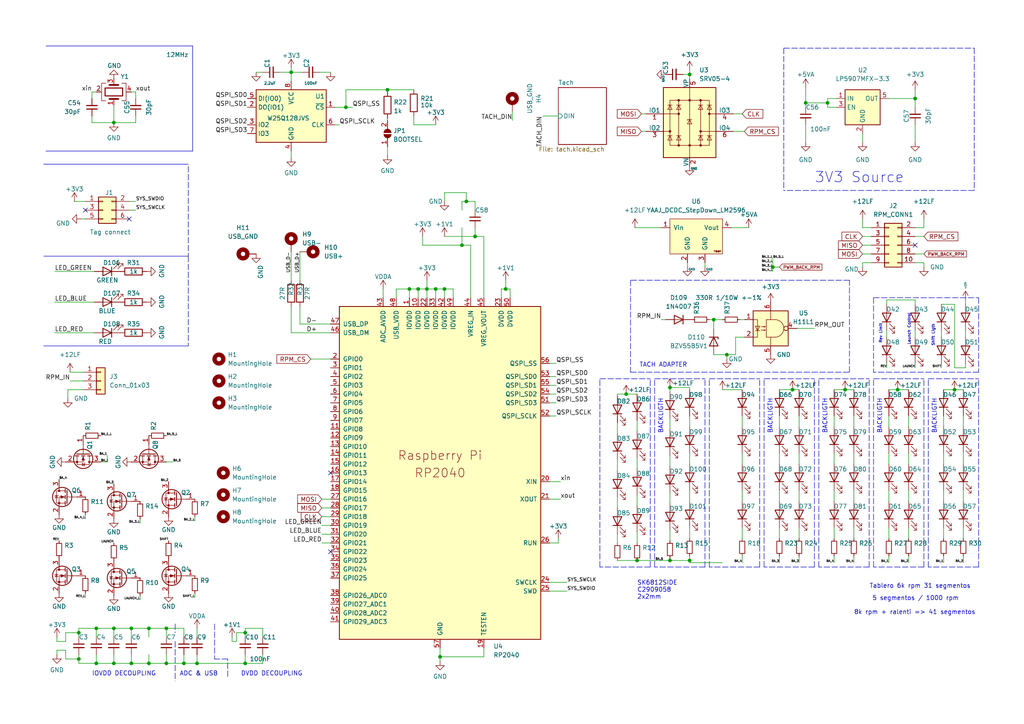
<source format=kicad_sch>
(kicad_sch (version 20211123) (generator eeschema)
  (paper "A4")
  (junction (at 194.31 112.395))
  (junction (at 22.86 191.135))
  (junction (at 43.18 192.405))
  (junction (at 207.01 92.71))
  (junction (at 137.795 68.58))
  (junction (at 48.26 192.405))
  (junction (at 245.11 113.03))
  (junction (at 100.33 31.115))
  (junction (at 112.395 26.035))
  (junction (at 127.635 190.5))
  (junction (at 181.61 114.3))
  (junction (at 260.35 113.03))
  (junction (at 126.365 83.82))
  (junction (at 229.87 113.03))
  (junction (at 121.285 83.82))
  (junction (at 123.825 83.82))
  (junction (at 27.94 182.245))
  (junction (at 38.1 182.245))
  (junction (at 133.985 71.12))
  (junction (at 118.745 83.82))
  (junction (at 146.685 83.82))
  (junction (at 57.15 192.405))
  (junction (at 71.12 183.515))
  (junction (at 265.43 28.575))
  (junction (at 200.025 21.59))
  (junction (at 48.26 182.245))
  (junction (at 27.94 192.405))
  (junction (at 53.34 192.405))
  (junction (at 43.18 182.245))
  (junction (at 33.02 192.405))
  (junction (at 210.82 102.87))
  (junction (at 135.255 58.42))
  (junction (at 233.68 29.845))
  (junction (at 200.025 162.56))
  (junction (at 128.905 83.82))
  (junction (at 240.03 29.845))
  (junction (at 84.455 20.955))
  (junction (at 224.155 77.47))
  (junction (at 71.12 192.405))
  (junction (at 184.785 162.56))
  (junction (at 33.02 182.245))
  (junction (at 38.1 192.405))
  (junction (at 194.31 162.56))
  (junction (at 276.86 113.03))
  (junction (at 33.02 35.56))
  (junction (at 22.86 183.515))
  (no_connect (at 95.885 160.02))
  (no_connect (at 24.765 60.96))
  (no_connect (at 95.885 137.16))
  (no_connect (at 265.43 71.12))
  (no_connect (at 37.465 63.5))
  (wire (pts (xy 267.97 63.5) (xy 267.97 66.04)))
  (wire (pts (xy 231.775 131.445) (xy 231.775 134.62)))
  (wire (pts (xy 84.455 45.72) (xy 84.455 43.815)))
  (wire (pts (xy 200.025 163.195) (xy 200.025 162.56)))
  (wire (pts (xy 33.02 182.245) (xy 33.02 184.785)))
  (polyline (pts (xy 189.865 164.465) (xy 189.865 109.855)) (stroke (width 0) (type dash)))
  (wire (pts (xy 86.995 88.9) (xy 86.995 93.98)))
  (wire (pts (xy 56.515 172.085) (xy 56.515 173.355)))
  (wire (pts (xy 53.34 184.785) (xy 53.34 182.245)))
  (wire (pts (xy 136.525 71.12) (xy 136.525 86.36)))
  (wire (pts (xy 257.81 131.445) (xy 257.81 134.62)))
  (wire (pts (xy 213.36 102.87) (xy 210.82 102.87)))
  (wire (pts (xy 247.65 131.445) (xy 247.65 134.62)))
  (wire (pts (xy 200.025 142.24) (xy 200.025 145.415)))
  (wire (pts (xy 205.74 92.71) (xy 207.01 92.71)))
  (wire (pts (xy 53.34 182.245) (xy 48.26 182.245)))
  (wire (pts (xy 19.05 191.135) (xy 22.86 191.135)))
  (wire (pts (xy 207.01 92.71) (xy 209.55 92.71)))
  (wire (pts (xy 240.03 29.845) (xy 240.03 28.575)))
  (wire (pts (xy 231.775 153.035) (xy 231.775 156.21)))
  (wire (pts (xy 57.15 184.785) (xy 57.15 182.245)))
  (wire (pts (xy 57.15 192.405) (xy 71.12 192.405)))
  (polyline (pts (xy 283.845 107.95) (xy 253.365 107.95)) (stroke (width 0) (type dash)))
  (wire (pts (xy 86.995 93.98) (xy 95.885 93.98)))
  (wire (pts (xy 207.01 92.71) (xy 207.01 95.25)))
  (wire (pts (xy 231.775 142.24) (xy 231.775 145.415)))
  (wire (pts (xy 226.06 161.29) (xy 226.06 163.195)))
  (wire (pts (xy 273.685 153.035) (xy 273.685 156.21)))
  (wire (pts (xy 43.18 192.405) (xy 48.26 192.405)))
  (wire (pts (xy 279.4 142.24) (xy 279.4 145.415)))
  (polyline (pts (xy 50.8 180.975) (xy 50.8 183.515)))
  (polyline (pts (xy 283.845 164.465) (xy 283.845 109.855)) (stroke (width 0) (type dash)))
  (wire (pts (xy 250.19 73.66) (xy 252.73 73.66)))
  (wire (pts (xy 199.39 76.2) (xy 199.39 77.47)))
  (wire (pts (xy 31.115 132.08) (xy 31.115 133.985)))
  (wire (pts (xy 159.385 116.84) (xy 161.29 116.84)))
  (wire (pts (xy 38.1 189.865) (xy 38.1 192.405)))
  (wire (pts (xy 212.09 66.04) (xy 217.17 66.04)))
  (wire (pts (xy 71.12 182.245) (xy 71.12 183.515)))
  (polyline (pts (xy 237.49 109.855) (xy 252.095 109.855)) (stroke (width 0) (type dash)))
  (wire (pts (xy 200.025 153.035) (xy 200.025 156.21)))
  (wire (pts (xy 279.4 153.035) (xy 279.4 156.21)))
  (wire (pts (xy 241.935 142.24) (xy 241.935 145.415)))
  (wire (pts (xy 39.37 33.655) (xy 39.37 35.56)))
  (wire (pts (xy 68.58 186.055) (xy 68.58 183.515)))
  (wire (pts (xy 265.43 28.575) (xy 265.43 31.115)))
  (wire (pts (xy 146.685 83.82) (xy 145.415 83.82)))
  (wire (pts (xy 74.295 20.955) (xy 76.2 20.955)))
  (wire (pts (xy 39.37 28.575) (xy 39.37 26.67)))
  (polyline (pts (xy 221.615 109.855) (xy 236.22 109.855)) (stroke (width 0) (type dash)))
  (wire (pts (xy 27.94 182.245) (xy 27.94 184.785)))
  (wire (pts (xy 265.43 26.035) (xy 265.43 28.575)))
  (polyline (pts (xy 188.595 164.465) (xy 188.595 109.855)) (stroke (width 0) (type dash)))
  (wire (pts (xy 140.335 86.36) (xy 140.335 68.58)))
  (wire (pts (xy 257.81 120.65) (xy 257.81 123.825)))
  (wire (pts (xy 159.385 139.7) (xy 162.56 139.7)))
  (wire (pts (xy 226.06 113.03) (xy 229.87 113.03)))
  (wire (pts (xy 198.12 21.59) (xy 200.025 21.59)))
  (wire (pts (xy 280.035 105.41) (xy 280.035 106.68)))
  (wire (pts (xy 67.31 186.055) (xy 68.58 186.055)))
  (wire (pts (xy 194.31 161.925) (xy 194.31 162.56)))
  (polyline (pts (xy 267.97 164.465) (xy 253.365 164.465)) (stroke (width 0) (type dash)))
  (wire (pts (xy 194.31 162.56) (xy 200.025 162.56)))
  (wire (pts (xy 250.19 38.735) (xy 250.19 41.275)))
  (wire (pts (xy 81.28 20.955) (xy 84.455 20.955)))
  (wire (pts (xy 250.19 71.12) (xy 252.73 71.12)))
  (wire (pts (xy 123.825 81.28) (xy 123.825 83.82)))
  (wire (pts (xy 276.86 88.265) (xy 276.86 106.68)))
  (wire (pts (xy 114.935 83.82) (xy 118.745 83.82)))
  (wire (pts (xy 27.94 189.865) (xy 27.94 192.405)))
  (wire (pts (xy 86.995 73.025) (xy 86.995 81.28)))
  (wire (pts (xy 241.935 113.03) (xy 245.11 113.03)))
  (wire (pts (xy 184.15 66.04) (xy 191.77 66.04)))
  (polyline (pts (xy 252.095 164.465) (xy 237.49 164.465)) (stroke (width 0) (type dash)))
  (wire (pts (xy 31.115 133.985) (xy 29.21 133.985)))
  (polyline (pts (xy 205.74 164.465) (xy 205.74 109.855)) (stroke (width 0) (type dash)))
  (wire (pts (xy 148.59 32.385) (xy 148.59 34.925)))
  (wire (pts (xy 19.05 186.055) (xy 19.05 183.515)))
  (wire (pts (xy 93.345 149.86) (xy 95.885 149.86)))
  (wire (pts (xy 250.19 68.58) (xy 252.73 68.58)))
  (wire (pts (xy 135.255 58.42) (xy 133.985 58.42)))
  (wire (pts (xy 279.4 131.445) (xy 279.4 134.62)))
  (wire (pts (xy 229.87 113.03) (xy 231.775 113.03)))
  (wire (pts (xy 184.785 132.715) (xy 184.785 135.89)))
  (wire (pts (xy 263.525 153.035) (xy 263.525 156.21)))
  (wire (pts (xy 247.65 153.035) (xy 247.65 156.21)))
  (wire (pts (xy 226.06 153.035) (xy 226.06 156.21)))
  (wire (pts (xy 24.765 172.085) (xy 24.765 173.355)))
  (wire (pts (xy 209.55 113.03) (xy 215.265 113.03)))
  (wire (pts (xy 184.785 143.51) (xy 184.785 146.685)))
  (polyline (pts (xy 13.335 13.335) (xy 55.88 13.335)) (stroke (width 0) (type solid)))
  (wire (pts (xy 147.955 83.82) (xy 147.955 86.36)))
  (wire (pts (xy 56.515 149.86) (xy 56.515 151.13)))
  (wire (pts (xy 120.015 33.655) (xy 120.015 36.195)))
  (polyline (pts (xy 54.61 48.26) (xy 54.61 74.295)) (stroke (width 0) (type dash)))
  (wire (pts (xy 257.175 95.885) (xy 257.175 97.79)))
  (polyline (pts (xy 253.365 86.36) (xy 253.365 107.95)) (stroke (width 0) (type dash)))
  (wire (pts (xy 128.905 55.88) (xy 135.255 55.88)))
  (wire (pts (xy 145.415 83.82) (xy 145.415 86.36)))
  (wire (pts (xy 100.33 31.115) (xy 102.235 31.115)))
  (polyline (pts (xy 237.49 164.465) (xy 237.49 109.855)) (stroke (width 0) (type dash)))
  (wire (pts (xy 123.825 83.82) (xy 121.285 83.82)))
  (wire (pts (xy 20.32 107.95) (xy 24.13 107.95)))
  (wire (pts (xy 135.255 55.88) (xy 135.255 58.42)))
  (wire (pts (xy 267.97 66.04) (xy 265.43 66.04)))
  (wire (pts (xy 71.12 189.865) (xy 71.12 192.405)))
  (wire (pts (xy 191.77 92.71) (xy 193.04 92.71)))
  (wire (pts (xy 22.86 192.405) (xy 27.94 192.405)))
  (wire (pts (xy 247.65 161.29) (xy 247.65 163.195)))
  (polyline (pts (xy 66.04 196.215) (xy 66.04 191.135)))
  (wire (pts (xy 27.94 182.245) (xy 22.86 182.245)))
  (wire (pts (xy 214.63 92.71) (xy 215.9 92.71)))
  (wire (pts (xy 92.71 20.955) (xy 95.885 20.955)))
  (wire (pts (xy 267.97 76.2) (xy 267.97 77.47)))
  (wire (pts (xy 71.12 182.245) (xy 76.2 182.245)))
  (wire (pts (xy 280.035 88.265) (xy 280.035 86.995)))
  (wire (pts (xy 16.51 188.595) (xy 19.05 188.595)))
  (wire (pts (xy 137.795 68.58) (xy 140.335 68.58)))
  (wire (pts (xy 279.4 161.29) (xy 279.4 163.195)))
  (wire (pts (xy 200.025 131.445) (xy 200.025 134.62)))
  (wire (pts (xy 112.395 26.67) (xy 112.395 26.035)))
  (wire (pts (xy 159.385 111.76) (xy 161.29 111.76)))
  (polyline (pts (xy 188.595 164.465) (xy 173.99 164.465)) (stroke (width 0) (type dash)))
  (wire (pts (xy 22.86 182.245) (xy 22.86 183.515)))
  (wire (pts (xy 260.35 113.03) (xy 263.525 113.03)))
  (wire (pts (xy 247.65 120.65) (xy 247.65 123.825)))
  (wire (pts (xy 50.165 133.985) (xy 48.26 133.985)))
  (wire (pts (xy 15.875 78.74) (xy 27.305 78.74)))
  (wire (pts (xy 71.12 183.515) (xy 71.12 184.785)))
  (wire (pts (xy 93.345 152.4) (xy 95.885 152.4)))
  (wire (pts (xy 250.19 76.2) (xy 250.19 77.47)))
  (wire (pts (xy 126.365 83.82) (xy 123.825 83.82)))
  (wire (pts (xy 128.905 58.42) (xy 128.905 55.88)))
  (wire (pts (xy 224.155 77.47) (xy 226.06 77.47)))
  (wire (pts (xy 112.395 34.29) (xy 112.395 34.925)))
  (wire (pts (xy 194.31 112.395) (xy 200.025 112.395)))
  (polyline (pts (xy 204.47 164.465) (xy 189.865 164.465)) (stroke (width 0) (type dash)))
  (polyline (pts (xy 221.615 164.465) (xy 221.615 109.855)) (stroke (width 0) (type dash)))
  (wire (pts (xy 240.03 31.115) (xy 240.03 29.845)))
  (wire (pts (xy 140.335 190.5) (xy 127.635 190.5)))
  (wire (pts (xy 184.785 154.305) (xy 184.785 157.48)))
  (wire (pts (xy 159.385 168.91) (xy 164.465 168.91)))
  (polyline (pts (xy 205.74 109.855) (xy 220.345 109.855)) (stroke (width 0) (type dash)))
  (wire (pts (xy 159.385 171.45) (xy 164.465 171.45)))
  (wire (pts (xy 133.985 66.04) (xy 133.985 71.12)))
  (wire (pts (xy 76.2 184.785) (xy 76.2 182.245)))
  (wire (pts (xy 137.795 58.42) (xy 135.255 58.42)))
  (wire (pts (xy 112.395 26.035) (xy 100.33 26.035)))
  (wire (pts (xy 39.37 26.67) (xy 38.1 26.67)))
  (wire (pts (xy 71.12 192.405) (xy 76.2 192.405)))
  (wire (pts (xy 38.1 192.405) (xy 43.18 192.405)))
  (wire (pts (xy 179.07 144.145) (xy 179.07 147.32)))
  (wire (pts (xy 265.43 105.41) (xy 265.43 106.68)))
  (wire (pts (xy 233.68 29.845) (xy 240.03 29.845)))
  (wire (pts (xy 265.43 73.66) (xy 267.97 73.66)))
  (wire (pts (xy 242.57 31.115) (xy 240.03 31.115)))
  (polyline (pts (xy 182.88 81.28) (xy 182.88 107.95)))
  (wire (pts (xy 231.775 161.29) (xy 231.775 163.195)))
  (polyline (pts (xy 173.99 164.465) (xy 173.99 109.855)) (stroke (width 0) (type dash)))
  (wire (pts (xy 97.155 36.195) (xy 98.425 36.195)))
  (wire (pts (xy 93.345 147.32) (xy 95.885 147.32)))
  (wire (pts (xy 33.02 189.865) (xy 33.02 192.405)))
  (wire (pts (xy 57.15 189.865) (xy 57.15 192.405)))
  (polyline (pts (xy 189.865 109.855) (xy 204.47 109.855)) (stroke (width 0) (type dash)))
  (wire (pts (xy 200.025 20.32) (xy 200.025 21.59)))
  (wire (pts (xy 265.43 86.995) (xy 257.175 86.995)))
  (wire (pts (xy 26.67 35.56) (xy 33.02 35.56)))
  (wire (pts (xy 212.725 38.1) (xy 215.9 38.1)))
  (wire (pts (xy 137.795 60.96) (xy 137.795 58.42)))
  (polyline (pts (xy 253.365 109.855) (xy 267.97 109.855)) (stroke (width 0) (type dash)))
  (wire (pts (xy 120.015 36.195) (xy 126.365 36.195)))
  (wire (pts (xy 233.68 29.845) (xy 233.68 31.115)))
  (polyline (pts (xy 283.845 164.465) (xy 269.24 164.465)) (stroke (width 0) (type dash)))
  (wire (pts (xy 68.58 183.515) (xy 71.12 183.515)))
  (wire (pts (xy 250.19 66.04) (xy 252.73 66.04)))
  (wire (pts (xy 38.1 182.245) (xy 38.1 184.785)))
  (wire (pts (xy 22.86 191.135) (xy 22.86 189.865)))
  (wire (pts (xy 118.745 83.82) (xy 118.745 86.36)))
  (wire (pts (xy 33.02 35.56) (xy 33.02 30.48)))
  (wire (pts (xy 159.385 120.65) (xy 161.29 120.65)))
  (wire (pts (xy 240.03 28.575) (xy 242.57 28.575)))
  (wire (pts (xy 53.34 189.865) (xy 53.34 192.405)))
  (polyline (pts (xy 282.575 13.97) (xy 282.575 55.245)))
  (wire (pts (xy 210.82 104.14) (xy 210.82 102.87)))
  (wire (pts (xy 48.26 192.405) (xy 53.34 192.405)))
  (wire (pts (xy 121.285 83.82) (xy 118.745 83.82)))
  (wire (pts (xy 40.64 150.495) (xy 40.64 151.765)))
  (wire (pts (xy 257.175 105.41) (xy 257.175 106.68)))
  (wire (pts (xy 273.05 105.41) (xy 273.05 106.68)))
  (wire (pts (xy 213.36 97.79) (xy 213.36 102.87)))
  (wire (pts (xy 128.905 83.82) (xy 126.365 83.82)))
  (wire (pts (xy 204.47 76.2) (xy 204.47 77.47)))
  (wire (pts (xy 247.65 142.24) (xy 247.65 145.415)))
  (wire (pts (xy 179.07 133.35) (xy 179.07 136.525)))
  (wire (pts (xy 33.02 182.245) (xy 27.94 182.245)))
  (wire (pts (xy 210.82 102.87) (xy 207.01 102.87)))
  (wire (pts (xy 179.07 114.935) (xy 179.07 114.3)))
  (wire (pts (xy 84.455 19.685) (xy 84.455 20.955)))
  (wire (pts (xy 209.55 163.195) (xy 200.025 163.195)))
  (wire (pts (xy 273.685 142.24) (xy 273.685 145.415)))
  (wire (pts (xy 245.11 113.03) (xy 247.65 113.03)))
  (wire (pts (xy 215.265 153.035) (xy 215.265 156.21)))
  (wire (pts (xy 114.935 83.82) (xy 114.935 86.36)))
  (polyline (pts (xy 66.04 191.135) (xy 62.23 191.135)))
  (polyline (pts (xy 253.365 86.36) (xy 283.845 86.36)) (stroke (width 0) (type dash)))
  (wire (pts (xy 100.33 26.035) (xy 100.33 31.115)))
  (polyline (pts (xy 236.22 164.465) (xy 236.22 109.855)) (stroke (width 0) (type dash)))
  (wire (pts (xy 19.05 188.595) (xy 19.05 191.135)))
  (polyline (pts (xy 173.99 109.855) (xy 188.595 109.855)) (stroke (width 0) (type dash)))
  (wire (pts (xy 231.14 95.25) (xy 236.22 95.25)))
  (wire (pts (xy 19.05 183.515) (xy 22.86 183.515)))
  (wire (pts (xy 127.635 187.96) (xy 127.635 190.5)))
  (wire (pts (xy 224.155 77.47) (xy 224.155 78.74)))
  (wire (pts (xy 212.725 33.02) (xy 215.265 33.02)))
  (wire (pts (xy 159.385 114.3) (xy 161.29 114.3)))
  (wire (pts (xy 179.07 154.94) (xy 179.07 157.48)))
  (wire (pts (xy 38.1 192.405) (xy 33.02 192.405)))
  (wire (pts (xy 186.055 33.02) (xy 187.325 33.02)))
  (wire (pts (xy 194.31 121.285) (xy 194.31 124.46)))
  (polyline (pts (xy 62.23 180.975) (xy 62.23 191.135)))
  (wire (pts (xy 265.43 95.885) (xy 265.43 97.79)))
  (wire (pts (xy 93.345 144.78) (xy 95.885 144.78)))
  (polyline (pts (xy 54.61 74.295) (xy 12.7 74.295)) (stroke (width 0) (type solid)))
  (wire (pts (xy 273.685 120.65) (xy 273.685 123.825)))
  (wire (pts (xy 112.395 26.035) (xy 120.015 26.035)))
  (wire (pts (xy 131.445 86.36) (xy 131.445 83.82)))
  (wire (pts (xy 194.31 142.875) (xy 194.31 146.05)))
  (polyline (pts (xy 267.97 164.465) (xy 267.97 109.855)) (stroke (width 0) (type dash)))
  (wire (pts (xy 26.67 26.67) (xy 26.67 28.575)))
  (wire (pts (xy 181.61 114.3) (xy 184.785 114.3)))
  (wire (pts (xy 215.265 161.29) (xy 215.265 163.195)))
  (polyline (pts (xy 269.24 164.465) (xy 269.24 109.855)) (stroke (width 0) (type dash)))
  (wire (pts (xy 38.1 182.245) (xy 33.02 182.245)))
  (wire (pts (xy 84.455 20.955) (xy 84.455 23.495)))
  (wire (pts (xy 133.985 58.42) (xy 133.985 60.96)))
  (polyline (pts (xy 253.365 164.465) (xy 253.365 109.855)) (stroke (width 0) (type dash)))
  (wire (pts (xy 122.555 71.12) (xy 122.555 68.58)))
  (wire (pts (xy 273.685 131.445) (xy 273.685 134.62)))
  (wire (pts (xy 241.935 161.29) (xy 241.935 163.195)))
  (wire (pts (xy 231.775 120.65) (xy 231.775 123.825)))
  (wire (pts (xy 128.905 83.82) (xy 128.905 86.36)))
  (wire (pts (xy 48.26 184.785) (xy 48.26 182.245)))
  (wire (pts (xy 111.125 86.36) (xy 111.125 83.82)))
  (wire (pts (xy 97.155 31.115) (xy 100.33 31.115)))
  (wire (pts (xy 19.685 113.03) (xy 24.13 113.03)))
  (wire (pts (xy 200.025 120.65) (xy 200.025 123.825)))
  (wire (pts (xy 76.2 189.865) (xy 76.2 192.405)))
  (wire (pts (xy 215.265 120.65) (xy 215.265 123.825)))
  (wire (pts (xy 127.635 190.5) (xy 127.635 191.77)))
  (wire (pts (xy 257.81 153.035) (xy 257.81 156.21)))
  (wire (pts (xy 215.265 142.24) (xy 215.265 145.415)))
  (wire (pts (xy 93.345 154.94) (xy 95.885 154.94)))
  (wire (pts (xy 224.155 74.93) (xy 224.155 77.47)))
  (wire (pts (xy 279.4 120.65) (xy 279.4 123.825)))
  (polyline (pts (xy 54.61 47.625) (xy 12.7 47.625)) (stroke (width 0) (type solid)))
  (wire (pts (xy 265.43 68.58) (xy 267.97 68.58)))
  (wire (pts (xy 280.035 95.885) (xy 280.035 97.79)))
  (wire (pts (xy 179.07 114.3) (xy 181.61 114.3)))
  (polyline (pts (xy 283.845 86.36) (xy 283.845 107.95)) (stroke (width 0) (type dash)))
  (polyline (pts (xy 220.345 164.465) (xy 220.345 109.855)) (stroke (width 0) (type dash)))
  (wire (pts (xy 20.32 110.49) (xy 24.13 110.49)))
  (wire (pts (xy 43.18 182.245) (xy 43.18 184.785)))
  (wire (pts (xy 257.175 86.995) (xy 257.175 88.265)))
  (wire (pts (xy 226.06 142.24) (xy 226.06 145.415)))
  (polyline (pts (xy 246.38 107.95) (xy 246.38 81.28)))
  (wire (pts (xy 39.37 35.56) (xy 33.02 35.56)))
  (wire (pts (xy 67.31 184.785) (xy 67.31 186.055)))
  (wire (pts (xy 233.68 25.4) (xy 233.68 29.845)))
  (wire (pts (xy 159.385 144.78) (xy 162.56 144.78)))
  (polyline (pts (xy 269.24 109.855) (xy 283.845 109.855)) (stroke (width 0) (type dash)))
  (wire (pts (xy 128.905 68.58) (xy 137.795 68.58)))
  (wire (pts (xy 226.06 120.65) (xy 226.06 123.825)))
  (wire (pts (xy 95.885 96.52) (xy 84.455 96.52)))
  (wire (pts (xy 123.825 83.82) (xy 123.825 86.36)))
  (wire (pts (xy 241.935 131.445) (xy 241.935 134.62)))
  (polyline (pts (xy 54.61 100.33) (xy 12.7 100.33)) (stroke (width 0) (type solid)))
  (polyline (pts (xy 13.335 43.815) (xy 55.88 43.815)) (stroke (width 0) (type solid)))
  (wire (pts (xy 22.86 183.515) (xy 22.86 184.785)))
  (polyline (pts (xy 252.095 164.465) (xy 252.095 109.855)) (stroke (width 0) (type dash)))
  (polyline (pts (xy 236.22 164.465) (xy 221.615 164.465)) (stroke (width 0) (type dash)))
  (wire (pts (xy 24.765 149.225) (xy 24.765 150.495)))
  (wire (pts (xy 137.795 66.04) (xy 137.795 68.58)))
  (wire (pts (xy 84.455 20.955) (xy 87.63 20.955)))
  (wire (pts (xy 48.26 189.865) (xy 48.26 192.405)))
  (wire (pts (xy 93.345 157.48) (xy 95.885 157.48)))
  (wire (pts (xy 16.51 186.055) (xy 19.05 186.055)))
  (wire (pts (xy 200.025 162.56) (xy 200.025 161.29)))
  (wire (pts (xy 112.395 42.545) (xy 112.395 45.085)))
  (wire (pts (xy 161.925 157.48) (xy 161.925 156.21)))
  (wire (pts (xy 215.265 131.445) (xy 215.265 134.62)))
  (wire (pts (xy 136.525 71.12) (xy 133.985 71.12)))
  (polyline (pts (xy 227.33 13.97) (xy 227.33 55.245)))
  (wire (pts (xy 241.935 153.035) (xy 241.935 156.21)))
  (wire (pts (xy 43.18 182.245) (xy 38.1 182.245)))
  (wire (pts (xy 257.81 28.575) (xy 265.43 28.575)))
  (wire (pts (xy 250.19 63.5) (xy 250.19 66.04)))
  (wire (pts (xy 159.385 157.48) (xy 161.925 157.48)))
  (wire (pts (xy 233.68 36.195) (xy 233.68 41.275)))
  (wire (pts (xy 273.685 161.29) (xy 273.685 163.195)))
  (wire (pts (xy 48.26 182.245) (xy 43.18 182.245)))
  (wire (pts (xy 263.525 142.24) (xy 263.525 145.415)))
  (wire (pts (xy 131.445 83.82) (xy 128.905 83.82)))
  (wire (pts (xy 273.05 95.885) (xy 273.05 97.79)))
  (wire (pts (xy 257.81 113.03) (xy 260.35 113.03)))
  (wire (pts (xy 84.455 96.52) (xy 84.455 88.9)))
  (wire (pts (xy 252.73 76.2) (xy 250.19 76.2)))
  (wire (pts (xy 133.985 71.12) (xy 122.555 71.12)))
  (wire (pts (xy 194.31 153.67) (xy 194.31 156.845)))
  (wire (pts (xy 126.365 83.82) (xy 126.365 86.36)))
  (polyline (pts (xy 282.575 55.245) (xy 227.33 55.245)))
  (wire (pts (xy 273.685 113.03) (xy 276.86 113.03)))
  (wire (pts (xy 53.34 192.405) (xy 57.15 192.405)))
  (polyline (pts (xy 246.38 81.28) (xy 182.88 81.28)))
  (wire (pts (xy 265.43 76.2) (xy 267.97 76.2)))
  (wire (pts (xy 33.02 192.405) (xy 27.94 192.405)))
  (wire (pts (xy 200.025 112.395) (xy 200.025 113.03)))
  (polyline (pts (xy 227.33 13.97) (xy 282.575 13.97)))
  (wire (pts (xy 184.785 162.56) (xy 194.31 162.56)))
  (wire (pts (xy 40.64 172.72) (xy 40.64 173.99)))
  (wire (pts (xy 265.43 36.195) (xy 265.43 41.275)))
  (polyline (pts (xy 204.47 164.465) (xy 204.47 109.855)) (stroke (width 0) (type dash)))
  (wire (pts (xy 90.17 104.14) (xy 95.885 104.14)))
  (wire (pts (xy 241.935 120.65) (xy 241.935 123.825)))
  (wire (pts (xy 157.48 33.655) (xy 161.925 33.655)))
  (wire (pts (xy 215.9 97.79) (xy 213.36 97.79)))
  (wire (pts (xy 43.18 189.865) (xy 43.18 192.405)))
  (wire (pts (xy 39.37 60.96) (xy 37.465 60.96)))
  (polyline (pts (xy 50.8 186.055) (xy 50.8 197.485)))
  (wire (pts (xy 21.59 58.42) (xy 24.765 58.42)))
  (wire (pts (xy 257.81 142.24) (xy 257.81 145.415)))
  (wire (pts (xy 200.025 21.59) (xy 200.025 22.86)))
  (wire (pts (xy 273.05 88.265) (xy 276.86 88.265)))
  (polyline (pts (xy 54.61 74.295) (xy 54.61 100.33)) (stroke (width 0) (type dash)))
  (wire (pts (xy 159.385 105.41) (xy 161.29 105.41)))
  (wire (pts (xy 15.875 87.63) (xy 27.305 87.63)))
  (polyline (pts (xy 182.88 107.95) (xy 246.38 107.95)))
  (wire (pts (xy 263.525 131.445) (xy 263.525 134.62)))
  (wire (pts (xy 159.385 109.22) (xy 161.29 109.22)))
  (wire (pts (xy 263.525 120.65) (xy 263.525 123.825)))
  (polyline (pts (xy 55.88 43.815) (xy 55.88 13.335)) (stroke (width 0) (type solid)))
  (wire (pts (xy 22.86 192.405) (xy 22.86 191.135)))
  (polyline (pts (xy 220.345 164.465) (xy 205.74 164.465)) (stroke (width 0) (type dash)))
  (wire (pts (xy 26.67 33.655) (xy 26.67 35.56)))
  (wire (pts (xy 16.51 189.865) (xy 16.51 188.595)))
  (wire (pts (xy 15.875 96.52) (xy 27.305 96.52)))
  (wire (pts (xy 194.31 132.08) (xy 194.31 135.255)))
  (wire (pts (xy 257.81 161.29) (xy 257.81 163.195)))
  (wire (pts (xy 121.285 83.82) (xy 121.285 86.36)))
  (wire (pts (xy 39.37 58.42) (xy 37.465 58.42)))
  (wire (pts (xy 146.685 81.28) (xy 146.685 83.82)))
  (wire (pts (xy 226.06 131.445) (xy 226.06 134.62)))
  (wire (pts (xy 276.86 113.03) (xy 279.4 113.03)))
  (wire (pts (xy 263.525 161.29) (xy 263.525 163.195)))
  (wire (pts (xy 280.035 106.68) (xy 276.86 106.68)))
  (wire (pts (xy 140.335 187.96) (xy 140.335 190.5)))
  (wire (pts (xy 23.495 63.5) (xy 24.765 63.5)))
  (wire (pts (xy 179.07 162.56) (xy 184.785 162.56)))
  (wire (pts (xy 194.31 113.665) (xy 194.31 112.395)))
  (wire (pts (xy 147.955 83.82) (xy 146.685 83.82)))
  (wire (pts (xy 84.455 73.025) (xy 84.455 81.28)))
  (wire (pts (xy 179.07 122.555) (xy 179.07 125.73)))
  (wire (pts (xy 27.94 26.67) (xy 26.67 26.67)))
  (wire (pts (xy 184.785 121.92) (xy 184.785 125.095)))
  (wire (pts (xy 16.51 184.785) (xy 16.51 186.055)))
  (wire (pts (xy 186.055 38.1) (xy 187.325 38.1)))
  (wire (pts (xy 265.43 88.265) (xy 265.43 86.995)))
  (wire (pts (xy 19.685 115.57) (xy 19.685 113.03)))
  (text "SK6812SIDE\nC2909058\n2x2mm" (at 184.785 173.99 0) (effects (font (size 1.27 1.27)) (justify left bottom)))
  (text "Rev Limit" (at 255.905 99.695 90) (effects (font (size 0.8 0.8)) (justify left bottom)))
  (text "BACKLIGTH" (at 271.78 115.57 270) (effects (font (size 1.27 1.27)) (justify right bottom)))
  (text "BACKLIGTH" (at 255.905 115.57 270) (effects (font (size 1.27 1.27)) (justify right bottom)))
  (text "Shift Ligth" (at 271.145 93.98 270) (effects (font (size 0.8 0.8)) (justify right bottom)))
  (text "5 segmentos / 1000 rpm" (at 278.13 174.371 180) (effects (font (size 1.27 1.27)) (justify right bottom)))
  (text "BACKLIGTH" (at 224.155 115.57 270) (effects (font (size 1.27 1.27)) (justify right bottom)))
  (text "Tablero 6k rpm 31 segmentos" (at 281.559 170.815 180) (effects (font (size 1.27 1.27)) (justify right bottom)))
  (text "3V3 Source" (at 236.22 53.34 0) (effects (font (size 3 3)) (justify left bottom)))
  (text "TACH ADAPTER" (at 185.42 106.68 0) (effects (font (size 1.27 1.27)) (justify left bottom)))
  (text "DVDD DECOUPLING" (at 69.85 196.215 0) (effects (font (size 1.27 1.27)) (justify left bottom)))
  (text "Launch Control" (at 264.16 90.805 270) (effects (font (size 0.8 0.8)) (justify right bottom)))
  (text "ADC & USB" (at 52.07 196.215 0) (effects (font (size 1.27 1.27)) (justify left bottom)))
  (text "BACKLIGTH" (at 192.405 115.57 270) (effects (font (size 1.27 1.27)) (justify right bottom)))
  (text "8k rpm + ralenti => 41 segmentos" (at 282.956 178.435 180) (effects (font (size 1.27 1.27)) (justify right bottom)))
  (text "IOVDD DECOUPLING" (at 26.67 196.215 0) (effects (font (size 1.27 1.27)) (justify left bottom)))
  (text "BACKLIGTH" (at 240.03 115.57 270) (effects (font (size 1.27 1.27)) (justify right bottom)))
  (label "BA_1_L" (at 29.21 126.365 0) (effects (font (size 0.6 0.6))))
  (label "REV_L" (at 24.765 173.355 180) (effects (font (size 0.6 0.6))))
  (label "QSPI_SD3" (at 71.755 38.735 180))
  (label "QSPI_SD2" (at 161.29 114.3 0))
  (label "LAUNCH_L" (at 40.64 173.99 180) (effects (font (size 0.6 0.6))))
  (label "REV" (at 257.175 106.68 180) (effects (font (size 0.6 0.6))))
  (label "BA_3" (at 33.02 140.335 180) (effects (font (size 0.6 0.6))))
  (label "BA_2" (at 263.525 163.195 180) (effects (font (size 0.6 0.6))))
  (label "QSPI_SD1" (at 161.29 111.76 0))
  (label "QSPI_SD0" (at 71.755 28.575 180))
  (label "SYS_SWCLK" (at 164.465 168.91 0) (effects (font (size 0.9906 0.9906))))
  (label "BA_2_L" (at 56.515 151.13 180) (effects (font (size 0.6 0.6))))
  (label "QSPI_SS" (at 102.235 31.115 0))
  (label "TACH_DIN" (at 148.59 34.925 180))
  (label "BA_3" (at 226.06 163.195 180) (effects (font (size 0.6 0.6))))
  (label "BA_3_L" (at 40.64 151.765 180) (effects (font (size 0.6 0.6))))
  (label "BA_4_L" (at 24.765 150.495 180) (effects (font (size 0.6 0.6))))
  (label "REV" (at 17.145 156.845 180) (effects (font (size 0.6 0.6))))
  (label "QSPI_SD3" (at 161.29 116.84 0))
  (label "SYS_SWDIO" (at 164.465 171.45 0) (effects (font (size 0.9906 0.9906))))
  (label "QSPI_SD2" (at 71.755 36.195 180))
  (label "BA_1" (at 257.81 163.195 180) (effects (font (size 0.6 0.6))))
  (label "BA_4_L" (at 224.155 78.74 180) (effects (font (size 0.6 0.6))))
  (label "RPM_IN" (at 191.77 92.71 180))
  (label "D+" (at 88.9 96.52 0))
  (label "BA_5" (at 192.405 162.56 180) (effects (font (size 0.6 0.6))))
  (label "USB_D+" (at 86.995 73.025 270) (effects (font (size 0.9906 0.9906))))
  (label "BA_4" (at 247.65 163.195 180) (effects (font (size 0.6 0.6))))
  (label "BA_2" (at 48.895 139.7 180) (effects (font (size 0.6 0.6))))
  (label "BA_5_L" (at 224.155 74.93 0) (effects (font (size 0.6 0.6))))
  (label "LED_BLUE" (at 93.345 154.94 180))
  (label "BA_3" (at 231.775 163.195 180) (effects (font (size 0.6 0.6))))
  (label "LED_BLUE" (at 15.875 87.63 0))
  (label "QSPI_SCLK" (at 161.29 120.65 0))
  (label "RPM_OUT" (at 236.22 95.25 0))
  (label "BA_5_L" (at 48.26 126.365 0) (effects (font (size 0.6 0.6))))
  (label "BA_3_L" (at 224.155 77.47 180) (effects (font (size 0.6 0.6))))
  (label "SHIFT" (at 48.895 156.845 180) (effects (font (size 0.6 0.6))))
  (label "BA_4" (at 215.265 163.195 180) (effects (font (size 0.6 0.6))))
  (label "BA_1" (at 273.685 163.195 180) (effects (font (size 0.6 0.6))))
  (label "LED_RED" (at 93.345 157.48 180))
  (label "LED_GREEN" (at 93.345 152.4 180))
  (label "TACH_DIN" (at 157.48 33.655 270))
  (label "LED_GREEN" (at 15.875 78.74 0))
  (label "RPM_IN" (at 20.32 110.49 180))
  (label "QSPI_SS" (at 161.29 105.41 0))
  (label "LED_RED" (at 15.875 96.52 0))
  (label "LAUNCH" (at 265.43 106.68 180) (effects (font (size 0.6 0.6))))
  (label "BA_1_L" (at 224.155 74.93 180) (effects (font (size 0.6 0.6))))
  (label "D-" (at 88.9 93.98 0))
  (label "xout" (at 39.37 26.67 0))
  (label "BA_2" (at 279.4 163.195 180) (effects (font (size 0.6 0.6))))
  (label "BA_1" (at 31.115 132.08 180) (effects (font (size 0.6 0.6))))
  (label "SHIFT_L" (at 56.515 173.355 180) (effects (font (size 0.6 0.6))))
  (label "xin" (at 26.67 26.67 180))
  (label "BA_5" (at 50.165 133.985 0) (effects (font (size 0.6 0.6))))
  (label "QSPI_SD1" (at 71.755 31.115 180))
  (label "SYS_SWDIO" (at 39.37 58.42 0) (effects (font (size 0.9906 0.9906))))
  (label "BA_1" (at 29.21 133.985 0) (effects (font (size 0.6 0.6))))
  (label "QSPI_SD0" (at 161.29 109.22 0))
  (label "SHIFT" (at 273.05 106.68 180) (effects (font (size 0.6 0.6))))
  (label "BA_2_L" (at 224.155 76.2 180) (effects (font (size 0.6 0.6))))
  (label "SYS_SWCLK" (at 39.37 60.96 0) (effects (font (size 0.9906 0.9906))))
  (label "LAUNCH" (at 33.02 157.48 180) (effects (font (size 0.6 0.6))))
  (label "QSPI_SCLK" (at 98.425 36.195 0))
  (label "xout" (at 162.56 144.78 0))
  (label "USB_D-" (at 84.455 73.025 270) (effects (font (size 0.9906 0.9906))))
  (label "BA_4" (at 17.145 139.065 0) (effects (font (size 0.6 0.6))))
  (label "xin" (at 162.56 139.7 0))
  (label "BA_4" (at 241.935 163.195 180) (effects (font (size 0.6 0.6))))
  (global_label "PWM_BACK_RPM" (shape input) (at 226.06 77.47 0) (effects (font (size 0.9 0.9))) (property "Referencias entre hojas" "${INTERSHEET_REFS}" (effects hide)))
  (global_label "MOSI" (shape input) (at 250.19 73.66 180) (property "Referencias entre hojas" "${INTERSHEET_REFS}" (effects hide)))
  (global_label "MISO" (shape input) (at 186.055 38.1 180) (property "Referencias entre hojas" "${INTERSHEET_REFS}" (effects hide)))
  (global_label "RPM_CS" (shape input) (at 267.97 68.58 0) (property "Referencias entre hojas" "${INTERSHEET_REFS}" (effects hide)))
  (global_label "CLK" (shape input) (at 93.345 149.86 180) (property "Referencias entre hojas" "${INTERSHEET_REFS}" (effects hide)))
  (global_label "RPM_CS" (shape input) (at 215.9 38.1 0) (property "Referencias entre hojas" "${INTERSHEET_REFS}" (effects hide)))
  (global_label "MISO" (shape input) (at 250.19 71.12 180) (property "Referencias entre hojas" "${INTERSHEET_REFS}" (effects hide)))
  (global_label "CLK" (shape input) (at 215.265 33.02 0) (property "Referencias entre hojas" "${INTERSHEET_REFS}" (effects hide)))
  (global_label "MOSI" (shape input) (at 186.055 33.02 180) (property "Referencias entre hojas" "${INTERSHEET_REFS}" (effects hide)))
  (global_label "MOSI" (shape input) (at 93.345 144.78 180) (property "Referencias entre hojas" "${INTERSHEET_REFS}" (effects hide)))
  (global_label "MISO" (shape input) (at 93.345 147.32 180) (property "Referencias entre hojas" "${INTERSHEET_REFS}" (effects hide)))
  (global_label "PWM_BACK_RPM" (shape input) (at 267.97 73.66 0) (effects (font (size 0.9 0.9))) (property "Referencias entre hojas" "${INTERSHEET_REFS}" (effects hide)))
  (global_label "RPM_CS" (shape input) (at 90.17 104.14 180) (property "Referencias entre hojas" "${INTERSHEET_REFS}" (effects hide)))
  (global_label "CLK" (shape input) (at 250.19 68.58 180) (property "Referencias entre hojas" "${INTERSHEET_REFS}" (effects hide)))
  (symbol (lib_id "Device:LED") (at 265.43 92.075 90) (unit 1) (in_bom no) (on_board no)
    (property "Reference" "D43" (at 265.303 89.7254 90) (effects (justify right)))
    (property "Value" "LED" (effects hide))
    (property "Footprint" "LED_SMD:LED_0805_2012Metric_Castellated" (effects hide))
    (property "LCSC" "C205447" (effects hide))
  )
  (symbol (lib_id "power:GND") (at 74.295 73.66 0) (unit 1)
    (property "Reference" "#PWR0158" (effects hide))
    (property "Value" "GND" (at 75.565 76.835 90) (effects (justify right)))
  )
  (symbol (lib_id "Device:R_Small") (at 263.525 158.75 0) (unit 1)
    (property "Reference" "R28" (at 265.0236 157.5816 0) (effects (justify left)))
    (property "Value" "1k 1/10W +-1%" (effects hide))
    (property "Footprint" "Resistor_SMD:R_0603_1608Metric" (effects hide))
    (property "LCSC" "C217840" (effects hide))
  )
  (symbol (lib_id "power:+1V1") (at 146.685 81.28 0) (unit 1)
    (property "Reference" "#PWR0137" (effects hide))
    (property "Value" "+1V1" (at 146.685 77.7042 0))
  )
  (symbol (lib_id "power:+12LF") (at 267.97 63.5 0) (unit 1)
    (property "Reference" "#PWR0130" (effects hide))
    (property "Value" "+12LF" (at 267.97 58.42 0))
  )
  (symbol (lib_id "Device:LED") (at 257.81 149.225 90) (unit 1)
    (property "Reference" "D61" (at 257.683 146.8754 90) (effects (justify right)))
    (property "Value" "LED" (effects hide))
    (property "Footprint" "LED_SMD:LED_0805_2012Metric" (effects hide))
    (property "LCSC" "C205447" (effects hide))
  )
  (symbol (lib_id "Device:C_Small") (at 233.68 33.655 0) (unit 1)
    (property "Reference" "C56" (at 233.68 31.115 0) (effects (justify left)))
    (property "Value" "100nF" (at 234.95 37.465 0) (effects (justify left)))
    (property "Footprint" "Capacitor_SMD:C_0603_1608Metric" (effects hide))
  )
  (symbol (lib_id "Device:R_Small") (at 17.145 159.385 0) (unit 1) (in_bom no) (on_board no)
    (property "Reference" "R3" (at 18.6436 158.2166 0) (effects (justify left)))
    (property "Value" "1k 1/10W +-1%" (effects hide))
    (property "Footprint" "Resistor_SMD:R_0603_1608Metric" (effects hide))
    (property "LCSC" "C217840" (effects hide))
  )
  (symbol (lib_id "Device:LED") (at 179.07 151.13 90) (unit 1)
    (property "Reference" "D85" (at 178.943 148.7804 90) (effects (justify right)))
    (property "Value" "LED" (effects hide))
    (property "Footprint" "LED_SMD:LED_0805_2012Metric" (effects hide))
    (property "LCSC" "C205447" (effects hide))
  )
  (symbol (lib_id "power:+3V3") (at 122.555 68.58 0) (unit 1)
    (property "Reference" "#PWR0131" (effects hide))
    (property "Value" "+3V3" (at 122.555 65.0042 0))
  )
  (symbol (lib_id "Device:LED") (at 215.265 127.635 90) (unit 1)
    (property "Reference" "D95" (at 215.138 125.2854 90) (effects (justify right)))
    (property "Value" "LED" (effects hide))
    (property "Footprint" "LED_SMD:LED_0805_2012Metric" (effects hide))
    (property "LCSC" "C205447" (effects hide))
  )
  (symbol (lib_id "Device:C_Small") (at 71.12 187.325 0) (unit 1)
    (property "Reference" "C10" (at 71.12 184.785 0) (effects (justify left)))
    (property "Value" "100nF" (at 72.39 191.135 0) (effects (justify left)))
    (property "Footprint" "Capacitor_SMD:C_0603_1608Metric" (effects hide))
  )
  (symbol (lib_id "power:GND") (at 84.455 45.72 0) (unit 1)
    (property "Reference" "#PWR06" (effects hide))
    (property "Value" "GND" (at 84.455 50.1634 0))
  )
  (symbol (lib_id "Regulator_Linear:LP5907MFX-3.3") (at 250.19 31.115 0) (unit 1)
    (property "Reference" "U2" (at 250.19 20.32 0))
    (property "Value" "LP5907MFX-3.3" (at 250.19 22.86 0))
    (property "Footprint" "Package_TO_SOT_SMD:SOT-23-5" (effects hide))
    (property "Datasheet" "http://www.ti.com/lit/ds/symlink/lp5907.pdf" (effects hide))
    (property "DIGY" "https://www.digikey.com/en/products/detail/texas-instruments/LP5907MFX-3-3-NOPB/3906441" (effects hide))
  )
  (symbol (lib_id "power:VDDA") (at 57.15 182.245 0) (unit 1)
    (property "Reference" "#PWR07" (effects hide))
    (property "Value" "VDDA" (at 57.15 178.6692 0))
  )
  (symbol (lib_id "Device:R_Small") (at 24.765 169.545 0) (unit 1) (in_bom no) (on_board no)
    (property "Reference" "R8" (at 26.2636 168.3766 0) (effects (justify left)))
    (property "Value" "1k 1/10W +-1%" (effects hide))
    (property "Footprint" "Resistor_SMD:R_0603_1608Metric" (effects hide))
    (property "LCSC" "C217840" (effects hide))
  )
  (symbol (lib_id "power:+12LF") (at 229.87 113.03 0) (unit 1)
    (property "Reference" "#PWR0101" (effects hide))
    (property "Value" "+12LF" (at 233.68 111.76 0))
  )
  (symbol (lib_id "power:+3V3") (at 16.51 184.785 0) (unit 1)
    (property "Reference" "#PWR08" (effects hide))
    (property "Value" "+3V3" (at 16.51 181.2092 0))
  )
  (symbol (lib_id "power:GND") (at 127.635 191.77 0) (unit 1)
    (property "Reference" "#PWR0142" (effects hide))
    (property "Value" "GND" (at 127.635 196.2134 0))
  )
  (symbol (lib_id "power:+3V3") (at 265.43 26.035 0) (unit 1)
    (property "Reference" "#PWR0120" (effects hide))
    (property "Value" "+3V3" (at 265.43 21.59 0))
  )
  (symbol (lib_id "Device:C_Small") (at 90.17 20.955 90) (unit 1)
    (property "Reference" "C2" (at 88.9 19.685 0) (effects (justify left)))
    (property "Value" "100nF" (at 92.075 24.13 90) (effects (font (size 0.8 0.8)) (justify left)))
    (property "Footprint" "Capacitor_SMD:C_0603_1608Metric" (effects hide))
  )
  (symbol (lib_id "Device:R_Small") (at 56.515 147.32 0) (unit 1)
    (property "Reference" "R7" (at 58.0136 146.1516 0) (effects (justify left)))
    (property "Value" "1k 1/10W +-1%" (effects hide))
    (property "Footprint" "Resistor_SMD:R_0603_1608Metric" (effects hide))
    (property "LCSC" "C217840" (effects hide))
  )
  (symbol (lib_id "Device:R") (at 112.395 30.48 0) (unit 1)
    (property "Reference" "R22" (at 114.173 29.6453 0) (effects (justify left)))
    (property "Value" "1k" (at 114.173 32.1822 0) (effects (justify left)))
    (property "Footprint" "Resistor_SMD:R_0603_1608Metric" (effects hide))
  )
  (symbol (lib_id "Mechanical:MountingHole") (at 64.77 143.51 0) (unit 1)
    (property "Reference" "H7" (at 67.31 142.2399 0) (effects (justify left)))
    (property "Value" "MountingHole" (at 67.31 144.7799 0) (effects (justify left)))
    (property "Footprint" "MountingHole:MountingHole_2.2mm_M2_Pad" (effects hide))
  )
  (symbol (lib_id "power:GND") (at 42.545 87.63 90) (unit 1)
    (property "Reference" "#PWR0139" (effects hide))
    (property "Value" "GND" (at 46.9392 87.503 0))
  )
  (symbol (lib_id "Device:R_Small") (at 231.775 158.75 0) (unit 1)
    (property "Reference" "R24" (at 233.2736 157.5816 0) (effects (justify left)))
    (property "Value" "1k 1/10W +-1%" (effects hide))
    (property "Footprint" "Resistor_SMD:R_0603_1608Metric" (effects hide))
    (property "LCSC" "C217840" (effects hide))
  )
  (symbol (lib_id "Device:C_Small") (at 53.34 187.325 0) (unit 1)
    (property "Reference" "C8" (at 53.34 184.785 0) (effects (justify left)))
    (property "Value" "100nF" (effects hide))
    (property "Footprint" "Capacitor_SMD:C_0603_1608Metric" (effects hide))
  )
  (symbol (lib_id "Device:LED") (at 247.65 116.84 90) (unit 1)
    (property "Reference" "D78" (at 247.523 114.4904 90) (effects (justify right)))
    (property "Value" "LED" (effects hide))
    (property "Footprint" "LED_SMD:LED_0805_2012Metric" (effects hide))
    (property "LCSC" "C205447" (effects hide))
  )
  (symbol (lib_id "Transistor_FET:BSS138") (at 19.685 167.005 0) (mirror y) (unit 1) (in_bom no) (on_board no)
    (property "Reference" "Q3" (at 23.495 165.0999 0) (effects (justify left)))
    (property "Value" "BSS138" (effects hide))
    (property "Footprint" "Package_TO_SOT_SMD:SOT-23" (effects hide))
    (property "Datasheet" "https://www.onsemi.com/pub/Collateral/BSS138-D.PDF" (effects hide))
  )
  (symbol (lib_id "Device:R_Small") (at 279.4 158.75 0) (unit 1)
    (property "Reference" "R30" (at 280.8986 157.5816 0) (effects (justify left)))
    (property "Value" "1k 1/10W +-1%" (effects hide))
    (property "Footprint" "Resistor_SMD:R_0603_1608Metric" (effects hide))
    (property "LCSC" "C217840" (effects hide))
  )
  (symbol (lib_id "Device:LED") (at 184.785 150.495 90) (unit 1)
    (property "Reference" "D89" (at 184.658 148.1454 90) (effects (justify right)))
    (property "Value" "LED" (effects hide))
    (property "Footprint" "LED_SMD:LED_0805_2012Metric" (effects hide))
    (property "LCSC" "C205447" (effects hide))
  )
  (symbol (lib_id "Device:LED") (at 263.525 138.43 90) (unit 1)
    (property "Reference" "D64" (at 263.398 136.0804 90) (effects (justify right)))
    (property "Value" "LED" (effects hide))
    (property "Footprint" "LED_SMD:LED_0805_2012Metric" (effects hide))
    (property "LCSC" "C205447" (effects hide))
  )
  (symbol (lib_id "power:GND") (at 223.52 102.87 0) (unit 1)
    (property "Reference" "#PWR0145" (effects hide))
    (property "Value" "GND" (at 227.33 102.87 0))
  )
  (symbol (lib_id "power:+12LF") (at 209.55 113.03 0) (unit 1)
    (property "Reference" "#PWR097" (effects hide))
    (property "Value" "+12LF" (at 213.36 111.76 0))
  )
  (symbol (lib_id "Device:LED") (at 279.4 127.635 90) (unit 1)
    (property "Reference" "D53" (at 279.273 125.2854 90) (effects (justify right)))
    (property "Value" "LED" (effects hide))
    (property "Footprint" "LED_SMD:LED_0805_2012Metric" (effects hide))
    (property "LCSC" "C205447" (effects hide))
  )
  (symbol (lib_id "Device:R") (at 86.995 85.09 0) (unit 1)
    (property "Reference" "R33" (at 86.995 83.82 90))
    (property "Value" "27R" (at 89.1739 85.09 90))
    (property "Footprint" "Resistor_SMD:R_0603_1608Metric" (effects hide))
  )
  (symbol (lib_id "Device:LED") (at 273.685 116.84 90) (unit 1)
    (property "Reference" "D46" (at 273.558 114.4904 90) (effects (justify right)))
    (property "Value" "LED" (effects hide))
    (property "Footprint" "LED_SMD:LED_0805_2012Metric" (effects hide))
    (property "LCSC" "C205447" (effects hide))
  )
  (symbol (lib_id "Connector_Generic:Conn_02x03_Odd_Even") (at 29.845 60.96 0) (unit 1)
    (property "Reference" "J1" (at 30.48 55.88 0) (effects (justify left)))
    (property "Value" "Tag connect" (at 26.035 67.31 0) (effects (justify left)))
    (property "Footprint" "Connector:Tag-Connect_TC2030-IDC-FP_2x03_P1.27mm_Vertical" (effects hide))
  )
  (symbol (lib_id "Device:R_Small") (at 33.02 160.02 0) (unit 1) (in_bom no) (on_board no)
    (property "Reference" "R5" (at 34.5186 158.8516 0) (effects (justify left)))
    (property "Value" "1k 1/10W +-1%" (effects hide))
    (property "Footprint" "Resistor_SMD:R_0603_1608Metric" (effects hide))
    (property "LCSC" "C217840" (effects hide))
  )
  (symbol (lib_id "Device:LED") (at 179.07 140.335 90) (unit 1)
    (property "Reference" "D84" (at 178.943 137.9854 90) (effects (justify right)))
    (property "Value" "LED" (effects hide))
    (property "Footprint" "LED_SMD:LED_0805_2012Metric" (effects hide))
    (property "LCSC" "C205447" (effects hide))
  )
  (symbol (lib_id "Connector_Generic:Conn_01x03") (at 29.21 110.49 0) (unit 1)
    (property "Reference" "J3" (at 31.75 109.2199 0) (effects (justify left)))
    (property "Value" "Conn_01x03" (at 31.75 111.7599 0) (effects (justify left)))
    (property "Footprint" "Connector_PinHeader_2.54mm:PinHeader_1x03_P2.54mm_Vertical" (effects hide))
  )
  (symbol (lib_id "power:GND") (at 250.19 77.47 0) (unit 1)
    (property "Reference" "#PWR0134" (effects hide))
    (property "Value" "GND" (at 247.015 78.105 0))
  )
  (symbol (lib_id "Device:LED") (at 273.685 138.43 90) (unit 1)
    (property "Reference" "D54" (at 273.558 136.0804 90) (effects (justify right)))
    (property "Value" "LED" (effects hide))
    (property "Footprint" "LED_SMD:LED_0805_2012Metric" (effects hide))
    (property "LCSC" "C205447" (effects hide))
  )
  (symbol (lib_id "power:+3V3") (at 126.365 36.195 0) (unit 1)
    (property "Reference" "#PWR04" (effects hide))
    (property "Value" "+3V3" (at 126.365 32.6192 0))
  )
  (symbol (lib_id "power:GND") (at 48.895 172.085 0) (unit 1)
    (property "Reference" "#PWR095" (effects hide))
    (property "Value" "GND" (at 48.895 175.895 0))
  )
  (symbol (lib_id "Device:C_Small") (at 265.43 33.655 180) (unit 1)
    (property "Reference" "C57" (at 262.89 33.655 90))
    (property "Value" "30pF" (at 269.24 33.655 90))
    (property "Footprint" "Capacitor_SMD:C_0603_1608Metric" (effects hide))
  )
  (symbol (lib_id "Device:LED") (at 231.775 127.635 90) (unit 1)
    (property "Reference" "D71" (at 231.648 125.2854 90) (effects (justify right)))
    (property "Value" "LED" (effects hide))
    (property "Footprint" "LED_SMD:LED_0805_2012Metric" (effects hide))
    (property "LCSC" "C205447" (effects hide))
  )
  (symbol (lib_id "Device:LED") (at 215.265 138.43 90) (unit 1)
    (property "Reference" "D96" (at 215.138 136.0804 90) (effects (justify right)))
    (property "Value" "LED" (effects hide))
    (property "Footprint" "LED_SMD:LED_0805_2012Metric" (effects hide))
    (property "LCSC" "C205447" (effects hide))
  )
  (symbol (lib_id "Device:LED") (at 257.81 138.43 90) (unit 1)
    (property "Reference" "D60" (at 257.683 136.0804 90) (effects (justify right)))
    (property "Value" "LED" (effects hide))
    (property "Footprint" "LED_SMD:LED_0805_2012Metric" (effects hide))
    (property "LCSC" "C205447" (effects hide))
  )
  (symbol (lib_id "Device:LED") (at 200.025 149.225 90) (unit 1)
    (property "Reference" "D101" (at 199.898 146.8754 90) (effects (justify right)))
    (property "Value" "LED" (effects hide))
    (property "Footprint" "LED_SMD:LED_0805_2012Metric" (effects hide))
    (property "LCSC" "C205447" (effects hide))
  )
  (symbol (lib_id "power:+12LF") (at 250.19 63.5 0) (unit 1)
    (property "Reference" "#PWR0129" (effects hide))
    (property "Value" "+12LF" (at 250.19 58.42 0))
  )
  (symbol (lib_id "Diode:1N4007") (at 196.85 92.71 180) (unit 1)
    (property "Reference" "D109" (at 196.85 86.36 0))
    (property "Value" "1N4007" (at 196.85 88.9 0))
    (property "Footprint" "Diode_THT:D_DO-41_SOD81_P2.54mm_Vertical_AnodeUp" (effects hide))
    (property "Datasheet" "http://www.vishay.com/docs/88503/1n4001.pdf" (effects hide))
  )
  (symbol (lib_id "Mechanical:MountingHole") (at 64.77 149.86 0) (unit 1)
    (property "Reference" "H8" (at 67.31 148.5899 0) (effects (justify left)))
    (property "Value" "MountingHole" (at 67.31 151.1299 0) (effects (justify left)))
    (property "Footprint" "MountingHole:MountingHole_2.2mm_M2_Pad" (effects hide))
  )
  (symbol (lib_id "Device:LED") (at 31.115 96.52 180) (unit 1)
    (property "Reference" "D108" (at 29.845 93.98 0) (effects (justify right)))
    (property "Value" "RED" (at 28.575 99.06 0) (effects (justify right)))
    (property "Footprint" "LED_SMD:LED_0603_1608Metric" (effects hide))
    (property "LCSC" "C72041" (effects hide))
  )
  (symbol (lib_id "power:+5VA") (at 217.17 66.04 0) (unit 1)
    (property "Reference" "#PWR0149" (effects hide))
    (property "Value" "+5VA" (at 217.17 62.23 0))
  )
  (symbol (lib_id "power:GND") (at 199.39 77.47 0) (unit 1)
    (property "Reference" "#PWR0150" (effects hide))
    (property "Value" "GND" (at 200.66 78.105 0) (effects (font (size 0.6 0.6))))
  )
  (symbol (lib_id "Device:R_Small") (at 241.935 158.75 0) (unit 1)
    (property "Reference" "R25" (at 243.4336 157.5816 0) (effects (justify left)))
    (property "Value" "1k 1/10W +-1%" (effects hide))
    (property "Footprint" "Resistor_SMD:R_0603_1608Metric" (effects hide))
    (property "LCSC" "C217840" (effects hide))
  )
  (symbol (lib_id "power:VDDA") (at 111.125 83.82 0) (unit 1)
    (property "Reference" "#PWR0138" (effects hide))
    (property "Value" "VDDA" (at 111.125 80.2442 0))
  )
  (symbol (lib_id "Device:C_Small") (at 33.02 187.325 0) (unit 1)
    (property "Reference" "C5" (at 33.02 184.785 0) (effects (justify left)))
    (property "Value" "100nF" (effects hide))
    (property "Footprint" "Capacitor_SMD:C_0603_1608Metric" (effects hide))
  )
  (symbol (lib_id "Device:R_Small") (at 40.64 170.18 0) (unit 1) (in_bom no) (on_board no)
    (property "Reference" "R10" (at 42.1386 169.0116 0) (effects (justify left)))
    (property "Value" "1k 1/10W +-1%" (effects hide))
    (property "Footprint" "Resistor_SMD:R_0603_1608Metric" (effects hide))
    (property "LCSC" "C217840" (effects hide))
  )
  (symbol (lib_id "Device:LED") (at 241.935 149.225 90) (unit 1)
    (property "Reference" "D77" (at 241.808 146.8754 90) (effects (justify right)))
    (property "Value" "LED" (effects hide))
    (property "Footprint" "LED_SMD:LED_0805_2012Metric" (effects hide))
    (property "LCSC" "C205447" (effects hide))
  )
  (symbol (lib_id "rp2040:RP2040") (at 127.635 137.16 0) (mirror y) (unit 1)
    (property "Reference" "U4" (at 143.1037 187.4504 0) (effects (justify right)))
    (property "Value" "RP2040" (at 143.1037 189.9873 0) (effects (justify right)))
    (property "Footprint" "Package_DFN_QFN:QFN-56-1EP_7x7mm_P0.4mm_EP3.2x3.2mm" (effects hide))
  )
  (symbol (lib_id "Device:R_Small") (at 26.67 126.365 90) (unit 1)
    (property "Reference" "R1" (at 25.5016 124.8664 0) (effects (justify left)))
    (property "Value" "1k 1/10W +-1%" (effects hide))
    (property "Footprint" "Resistor_SMD:R_0603_1608Metric" (effects hide))
    (property "LCSC" "C217840" (effects hide))
  )
  (symbol (lib_id "power:GND") (at 128.905 58.42 0) (unit 1)
    (property "Reference" "#PWR0127" (effects hide))
    (property "Value" "GND" (at 126.365 58.42 0))
  )
  (symbol (lib_id "power:+3V3") (at 123.825 81.28 0) (unit 1)
    (property "Reference" "#PWR0136" (effects hide))
    (property "Value" "+3V3" (at 123.825 77.7042 0))
  )
  (symbol (lib_id "Device:R_Small") (at 184.785 160.02 0) (unit 1)
    (property "Reference" "R12" (at 186.2836 158.8516 0) (effects (justify left)))
    (property "Value" "1k 1/10W +-1%" (effects hide))
    (property "Footprint" "Resistor_SMD:R_0603_1608Metric" (effects hide))
    (property "LCSC" "C217840" (effects hide))
  )
  (symbol (lib_id "Device:LED") (at 241.935 138.43 90) (unit 1)
    (property "Reference" "D76" (at 241.808 136.0804 90) (effects (justify right)))
    (property "Value" "LED" (effects hide))
    (property "Footprint" "LED_SMD:LED_0805_2012Metric" (effects hide))
    (property "LCSC" "C205447" (effects hide))
  )
  (symbol (lib_id "Transistor_FET:BSS138") (at 43.18 131.445 270) (unit 1)
    (property "Reference" "Q8" (at 45.0851 127.635 0) (effects (justify left)))
    (property "Value" "BSS138" (effects hide))
    (property "Footprint" "Package_TO_SOT_SMD:SOT-23" (effects hide))
    (property "Datasheet" "https://www.onsemi.com/pub/Collateral/BSS138-D.PDF" (effects hide))
  )
  (symbol (lib_id "Device:LED") (at 200.025 116.84 90) (unit 1)
    (property "Reference" "D98" (at 199.898 114.4904 90) (effects (justify right)))
    (property "Value" "LED" (effects hide))
    (property "Footprint" "LED_SMD:LED_0805_2012Metric" (effects hide))
    (property "LCSC" "C205447" (effects hide))
  )
  (symbol (lib_id "Device:LED") (at 257.81 127.635 90) (unit 1)
    (property "Reference" "D59" (at 257.683 125.2854 90) (effects (justify right)))
    (property "Value" "LED" (effects hide))
    (property "Footprint" "LED_SMD:LED_0805_2012Metric" (effects hide))
    (property "LCSC" "C205447" (effects hide))
  )
  (symbol (lib_id "Mechanical:MountingHole") (at 63.5 110.49 0) (unit 1)
    (property "Reference" "H2" (at 66.04 109.2199 0) (effects (justify left)))
    (property "Value" "MountingHole" (at 66.04 111.7599 0) (effects (justify left)))
    (property "Footprint" "MountingHole:MountingHole_2.2mm_M2_Pad" (effects hide))
  )
  (symbol (lib_id "power:+12LF") (at 276.86 113.03 0) (unit 1)
    (property "Reference" "#PWR0104" (effects hide))
    (property "Value" "+12LF" (at 280.67 111.76 0))
  )
  (symbol (lib_id "Device:C_Small") (at 26.67 31.115 0) (mirror x) (unit 1)
    (property "Reference" "C54" (at 23.495 29.8385 0) (effects (justify right)))
    (property "Value" "30pF" (at 23.495 32.3785 0) (effects (justify right)))
    (property "Footprint" "Capacitor_SMD:C_0603_1608Metric" (effects hide))
  )
  (symbol (lib_id "Device:LED") (at 200.025 127.635 90) (unit 1)
    (property "Reference" "D99" (at 199.898 125.2854 90) (effects (justify right)))
    (property "Value" "LED" (effects hide))
    (property "Footprint" "LED_SMD:LED_0805_2012Metric" (effects hide))
    (property "LCSC" "C205447" (effects hide))
  )
  (symbol (lib_id "power:+3V3") (at 200.025 20.32 0) (unit 1)
    (property "Reference" "#PWR0105" (effects hide))
    (property "Value" "+3V3" (at 200.025 15.875 0))
  )
  (symbol (lib_id "Device:R_Small") (at 200.025 158.75 0) (unit 1)
    (property "Reference" "R15" (at 201.5236 157.5816 0) (effects (justify left)))
    (property "Value" "1k 1/10W +-1%" (effects hide))
    (property "Footprint" "Resistor_SMD:R_0603_1608Metric" (effects hide))
    (property "LCSC" "C217840" (effects hide))
  )
  (symbol (lib_id "power:+5VA") (at 233.68 25.4 0) (unit 1)
    (property "Reference" "#PWR0119" (effects hide))
    (property "Value" "+5VA" (at 233.68 21.59 0))
  )
  (symbol (lib_id "power:+1V1") (at 128.905 68.58 0) (unit 1)
    (property "Reference" "#PWR0132" (effects hide))
    (property "Value" "+1V1" (at 128.905 65.0042 0))
  )
  (symbol (lib_id "Device:LED") (at 215.265 149.225 90) (unit 1)
    (property "Reference" "D97" (at 215.138 146.8754 90) (effects (justify right)))
    (property "Value" "LED" (effects hide))
    (property "Footprint" "LED_SMD:LED_0805_2012Metric" (effects hide))
    (property "LCSC" "C205447" (effects hide))
  )
  (symbol (lib_id "Device:LED") (at 179.07 129.54 90) (unit 1)
    (property "Reference" "D83" (at 178.943 127.1904 90) (effects (justify right)))
    (property "Value" "LED" (effects hide))
    (property "Footprint" "LED_SMD:LED_0805_2012Metric" (effects hide))
    (property "LCSC" "C205447" (effects hide))
  )
  (symbol (lib_id "Device:LED") (at 194.31 149.86 90) (unit 1)
    (property "Reference" "D93" (at 194.183 147.5104 90) (effects (justify right)))
    (property "Value" "LED" (effects hide))
    (property "Footprint" "LED_SMD:LED_0805_2012Metric" (effects hide))
    (property "LCSC" "C205447" (effects hide))
  )
  (symbol (lib_id "power:GND") (at 23.495 63.5 270) (unit 1)
    (property "Reference" "#PWR0128" (effects hide))
    (property "Value" "GND" (at 20.32 64.77 90) (effects (justify right)))
  )
  (symbol (lib_id "Device:R_Small") (at 215.265 158.75 0) (unit 1)
    (property "Reference" "R18" (at 216.7636 157.5816 0) (effects (justify left)))
    (property "Value" "1k 1/10W +-1%" (effects hide))
    (property "Footprint" "Resistor_SMD:R_0603_1608Metric" (effects hide))
    (property "LCSC" "C217840" (effects hide))
  )
  (symbol (lib_id "power:GND") (at 19.05 133.985 270) (mirror x) (unit 1)
    (property "Reference" "#PWR092" (effects hide))
    (property "Value" "GND" (at 15.24 133.985 0))
  )
  (symbol (lib_id "Device:LED") (at 247.65 138.43 90) (unit 1)
    (property "Reference" "D80" (at 247.523 136.0804 90) (effects (justify right)))
    (property "Value" "LED" (effects hide))
    (property "Footprint" "LED_SMD:LED_0805_2012Metric" (effects hide))
    (property "LCSC" "C205447" (effects hide))
  )
  (symbol (lib_id "Device:R_Small") (at 273.685 158.75 0) (unit 1)
    (property "Reference" "R29" (at 275.1836 157.5816 0) (effects (justify left)))
    (property "Value" "1k 1/10W +-1%" (effects hide))
    (property "Footprint" "Resistor_SMD:R_0603_1608Metric" (effects hide))
    (property "LCSC" "C217840" (effects hide))
  )
  (symbol (lib_id "power:GND") (at 48.895 149.86 0) (unit 1)
    (property "Reference" "#PWR093" (effects hide))
    (property "Value" "GND" (at 48.895 153.67 0))
  )
  (symbol (lib_id "Device:C_Small") (at 39.37 31.115 180) (unit 1)
    (property "Reference" "C55" (at 36.83 31.115 90))
    (property "Value" "30pF" (at 43.18 31.115 90))
    (property "Footprint" "Capacitor_SMD:C_0603_1608Metric" (effects hide))
  )
  (symbol (lib_id "Transistor_FET:BSS138") (at 51.435 144.78 0) (mirror y) (unit 1)
    (property "Reference" "Q2" (at 55.245 142.8749 0) (effects (justify left)))
    (property "Value" "BSS138" (effects hide))
    (property "Footprint" "Package_TO_SOT_SMD:SOT-23" (effects hide))
    (property "Datasheet" "https://www.onsemi.com/pub/Collateral/BSS138-D.PDF" (effects hide))
  )
  (symbol (lib_id "Device:C_Small") (at 76.2 187.325 0) (unit 1)
    (property "Reference" "C11" (at 76.2 184.785 0) (effects (justify left)))
    (property "Value" "100nF" (effects hide))
    (property "Footprint" "Capacitor_SMD:C_0603_1608Metric" (effects hide))
  )
  (symbol (lib_id "Device:LED") (at 231.775 116.84 90) (unit 1)
    (property "Reference" "D70" (at 231.648 114.4904 90) (effects (justify right)))
    (property "Value" "LED" (effects hide))
    (property "Footprint" "LED_SMD:LED_0805_2012Metric" (effects hide))
    (property "LCSC" "C205447" (effects hide))
  )
  (symbol (lib_id "Device:LED") (at 226.06 127.635 90) (unit 1)
    (property "Reference" "D67" (at 225.933 125.2854 90) (effects (justify right)))
    (property "Value" "LED" (effects hide))
    (property "Footprint" "LED_SMD:LED_0805_2012Metric" (effects hide))
    (property "LCSC" "C205447" (effects hide))
  )
  (symbol (lib_id "Device:C_Small") (at 27.94 187.325 0) (unit 1)
    (property "Reference" "C4" (at 27.94 184.785 0) (effects (justify left)))
    (property "Value" "100nF" (effects hide))
    (property "Footprint" "Capacitor_SMD:C_0603_1608Metric" (effects hide))
  )
  (symbol (lib_id "Device:LED") (at 257.81 116.84 90) (unit 1)
    (property "Reference" "D58" (at 257.683 114.4904 90) (effects (justify right)))
    (property "Value" "LED" (effects hide))
    (property "Footprint" "LED_SMD:LED_0805_2012Metric" (effects hide))
    (property "LCSC" "C205447" (effects hide))
  )
  (symbol (lib_id "power:GND") (at 233.68 41.275 0) (unit 1)
    (property "Reference" "#PWR0122" (effects hide))
    (property "Value" "GND" (at 233.68 46.355 0))
  )
  (symbol (lib_id "power:+12LF") (at 184.15 66.04 0) (unit 1)
    (property "Reference" "#PWR0148" (effects hide))
    (property "Value" "+12LF" (at 184.15 60.96 0))
  )
  (symbol (lib_id "Device:R_Small") (at 48.895 159.385 0) (unit 1) (in_bom no) (on_board no)
    (property "Reference" "R4" (at 50.3936 158.2166 0) (effects (justify left)))
    (property "Value" "1k 1/10W +-1%" (effects hide))
    (property "Footprint" "Resistor_SMD:R_0603_1608Metric" (effects hide))
    (property "LCSC" "C217840" (effects hide))
  )
  (symbol (lib_id "power:GND") (at 210.82 104.14 0) (unit 1)
    (property "Reference" "#PWR0147" (effects hide))
    (property "Value" "GND" (at 213.36 104.14 0))
  )
  (symbol (lib_id "Device:LED") (at 263.525 116.84 90) (unit 1)
    (property "Reference" "D62" (at 263.398 114.4904 90) (effects (justify right)))
    (property "Value" "LED" (effects hide))
    (property "Footprint" "LED_SMD:LED_0805_2012Metric" (effects hide))
    (property "LCSC" "C205447" (effects hide))
  )
  (symbol (lib_id "Device:C_Small") (at 48.26 187.325 0) (unit 1)
    (property "Reference" "C7" (at 48.26 184.785 0) (effects (justify left)))
    (property "Value" "100nF" (effects hide))
    (property "Footprint" "Capacitor_SMD:C_0603_1608Metric" (effects hide))
  )
  (symbol (lib_id "Connector_Generic:Conn_02x05_Odd_Even") (at 257.81 71.12 0) (unit 1)
    (property "Reference" "J2" (at 259.08 59.69 0))
    (property "Value" "RPM_CONN1" (at 259.08 62.23 0))
    (property "Footprint" "Connector_PinHeader_1.27mm:PinHeader_2x05_P1.27mm_Vertical" (effects hide))
    (property "DIGY" "https://www.digikey.com/en/products/detail/cnc-tech/3220-10-0100-00/3883661" (effects hide))
  )
  (symbol (lib_id "power:GND") (at 42.545 96.52 90) (unit 1)
    (property "Reference" "#PWR0140" (effects hide))
    (property "Value" "GND" (at 46.9392 96.393 0))
  )
  (symbol (lib_id "Mechanical:MountingHole") (at 64.77 137.16 0) (unit 1)
    (property "Reference" "H6" (at 67.31 135.8899 0) (effects (justify left)))
    (property "Value" "MountingHole" (at 67.31 138.4299 0) (effects (justify left)))
    (property "Footprint" "MountingHole:MountingHole_2.2mm_M2_Pad" (effects hide))
  )
  (symbol (lib_id "dashdashv2:YAAJ_DCDC_StepDown_LM2596") (at 201.93 68.58 0) (unit 1)
    (property "Reference" "U6" (at 201.93 58.42 0))
    (property "Value" "YAAJ_DCDC_StepDown_LM2596" (at 201.93 60.96 0))
    (property "Footprint" "dashdash_lib:YAAJ_DCDC_StepDown_LM2596" (effects hide))
  )
  (symbol (lib_id "Device:R_Small") (at 257.81 158.75 0) (unit 1)
    (property "Reference" "R27" (at 259.3086 157.5816 0) (effects (justify left)))
    (property "Value" "1k 1/10W +-1%" (effects hide))
    (property "Footprint" "Resistor_SMD:R_0603_1608Metric" (effects hide))
    (property "LCSC" "C217840" (effects hide))
  )
  (symbol (lib_id "Diode:BZV55B5V1") (at 207.01 99.06 270) (unit 1)
    (property "Reference" "D110" (at 199.39 97.79 90) (effects (justify left)))
    (property "Value" "BZV55B5V1" (at 194.31 100.33 90) (effects (justify left)))
    (property "Footprint" "Diode_SMD:D_MiniMELF" (effects hide))
    (property "Datasheet" "https://assets.nexperia.com/documents/data-sheet/BZV55_SER.pdf" (effects hide))
  )
  (symbol (lib_id "Device:LED") (at 273.685 149.225 90) (unit 1)
    (property "Reference" "D56" (at 273.558 146.8754 90) (effects (justify right)))
    (property "Value" "LED" (effects hide))
    (property "Footprint" "LED_SMD:LED_0805_2012Metric" (effects hide))
    (property "LCSC" "C205447" (effects hide))
  )
  (symbol (lib_id "Device:C_Small") (at 22.86 187.325 0) (unit 1)
    (property "Reference" "C3" (at 22.86 184.785 0) (effects (justify left)))
    (property "Value" "100nF" (effects hide))
    (property "Footprint" "Capacitor_SMD:C_0603_1608Metric" (effects hide))
  )
  (symbol (lib_id "power:GND") (at 74.295 20.955 0) (unit 1)
    (property "Reference" "#PWR02" (effects hide))
    (property "Value" "GND" (effects hide))
  )
  (symbol (lib_id "Device:Crystal_GND24") (at 33.02 26.67 90) (unit 1)
    (property "Reference" "Y1" (at 36.195 22.225 90))
    (property "Value" "12MHz" (at 51.435 15.875 90))
    (property "Footprint" "Crystal:Crystal_SMD_3225-4Pin_3.2x2.5mm" (effects hide))
    (property "LCSC" "C9002" (effects hide))
  )
  (symbol (lib_id "Device:LED") (at 194.31 139.065 90) (unit 1)
    (property "Reference" "D92" (at 194.183 136.7154 90) (effects (justify right)))
    (property "Value" "LED" (effects hide))
    (property "Footprint" "LED_SMD:LED_0805_2012Metric" (effects hide))
    (property "LCSC" "C205447" (effects hide))
  )
  (symbol (lib_id "power:GND") (at 42.545 78.74 90) (unit 1)
    (property "Reference" "#PWR0133" (effects hide))
    (property "Value" "GND" (at 46.9392 78.613 0))
  )
  (symbol (lib_id "Isolator:H11L1") (at 223.52 95.25 0) (unit 1)
    (property "Reference" "U5" (at 233.045 90.805 0))
    (property "Value" "H11L1" (at 233.045 93.345 0))
    (property "Footprint" "Package_DIP:DIP-6_W7.62mm_Socket" (effects hide))
    (property "Datasheet" "https://www.onsemi.com/pub/Collateral/H11L3M-D.PDF" (effects hide))
  )
  (symbol (lib_id "power:GND") (at 33.02 172.72 0) (unit 1)
    (property "Reference" "#PWR096" (effects hide))
    (property "Value" "GND" (at 33.02 176.53 0))
  )
  (symbol (lib_id "Device:LED") (at 194.31 117.475 90) (unit 1)
    (property "Reference" "D90" (at 194.183 115.1254 90) (effects (justify right)))
    (property "Value" "LED" (effects hide))
    (property "Footprint" "LED_SMD:LED_0805_2012Metric" (effects hide))
    (property "LCSC" "C205447" (effects hide))
  )
  (symbol (lib_id "power:GND") (at 265.43 41.275 0) (unit 1)
    (property "Reference" "#PWR0124" (effects hide))
    (property "Value" "GND" (at 265.43 46.355 0))
  )
  (symbol (lib_id "Device:LED") (at 226.06 138.43 90) (unit 1)
    (property "Reference" "D68" (at 225.933 136.0804 90) (effects (justify right)))
    (property "Value" "LED" (effects hide))
    (property "Footprint" "LED_SMD:LED_0805_2012Metric" (effects hide))
    (property "LCSC" "C205447" (effects hide))
  )
  (symbol (lib_id "Memory_Flash:W25Q128JVS") (at 84.455 33.655 0) (mirror y) (unit 1)
    (property "Reference" "U1" (at 91.44 27.94 0) (effects (justify right)))
    (property "Value" "W25Q128JVS" (at 77.47 34.29 0) (effects (justify right)))
    (property "Footprint" "Package_SO:SOIC-8_5.23x5.23mm_P1.27mm" (effects hide))
    (property "Datasheet" "http://www.winbond.com/resource-files/w25q128jv_dtr%20revc%2003272018%20plus.pdf" (effects hide))
  )
  (symbol (lib_id "Device:LED") (at 273.05 101.6 90) (unit 1) (in_bom no) (on_board no)
    (property "Reference" "D50" (at 272.923 99.2504 90) (effects (justify right)))
    (property "Value" "LED" (effects hide))
    (property "Footprint" "LED_SMD:LED_0805_2012Metric_Castellated" (effects hide))
    (property "LCSC" "C205447" (effects hide))
  )
  (symbol (lib_id "Device:R_Small") (at 212.09 92.71 90) (unit 1)
    (property "Reference" "R37" (at 210.9216 91.2114 0) (effects (justify left)))
    (property "Value" "330R 1/10W +-1%" (at 220.98 86.36 90) (effects (justify left)))
    (property "Footprint" "Resistor_SMD:R_0603_1608Metric" (effects hide))
  )
  (symbol (lib_id "power:GND") (at 250.19 41.275 0) (unit 1)
    (property "Reference" "#PWR0123" (effects hide))
    (property "Value" "GND" (at 250.19 46.355 0))
  )
  (symbol (lib_id "Device:R_Small") (at 247.65 158.75 0) (unit 1)
    (property "Reference" "R26" (at 249.1486 157.5816 0) (effects (justify left)))
    (property "Value" "1k 1/10W +-1%" (effects hide))
    (property "Footprint" "Resistor_SMD:R_0603_1608Metric" (effects hide))
    (property "LCSC" "C217840" (effects hide))
  )
  (symbol (lib_id "Mechanical:MountingHole_Pad") (at 84.455 70.485 0) (unit 1)
    (property "Reference" "H9" (at 87.63 67.9449 0) (effects (justify left)))
    (property "Value" "USB-" (at 87.63 70.4849 0) (effects (justify left)))
    (property "Footprint" "TestPoint:TestPoint_Pad_D1.5mm" (effects hide))
  )
  (symbol (lib_id "Device:LED") (at 184.785 128.905 90) (unit 1)
    (property "Reference" "D87" (at 184.658 126.5554 90) (effects (justify right)))
    (property "Value" "LED" (effects hide))
    (property "Footprint" "LED_SMD:LED_0805_2012Metric" (effects hide))
    (property "LCSC" "C205447" (effects hide))
  )
  (symbol (lib_id "power:GND") (at 17.145 172.085 0) (unit 1)
    (property "Reference" "#PWR094" (effects hide))
    (property "Value" "GND" (at 17.145 175.895 0))
  )
  (symbol (lib_id "Device:LED") (at 263.525 149.225 90) (unit 1)
    (property "Reference" "D65" (at 263.398 146.8754 90) (effects (justify right)))
    (property "Value" "LED" (effects hide))
    (property "Footprint" "LED_SMD:LED_0805_2012Metric" (effects hide))
    (property "LCSC" "C205447" (effects hide))
  )
  (symbol (lib_id "power:GND") (at 33.02 150.495 0) (unit 1)
    (property "Reference" "#PWR099" (effects hide))
    (property "Value" "GND" (at 33.02 154.305 0))
  )
  (symbol (lib_id "Device:R") (at 120.015 29.845 0) (unit 1)
    (property "Reference" "R21" (at 121.92 28.575 0) (effects (justify left)))
    (property "Value" "10k" (at 121.92 30.48 0) (effects (justify left)))
    (property "Footprint" "Resistor_SMD:R_0603_1608Metric" (effects hide))
  )
  (symbol (lib_id "Device:R") (at 38.735 87.63 270) (unit 1)
    (property "Reference" "R34" (at 38.735 85.09 90))
    (property "Value" "1k" (at 38.735 87.63 90))
    (property "Footprint" "Resistor_SMD:R_0603_1608Metric" (effects hide))
  )
  (symbol (lib_id "Device:LED") (at 247.65 149.225 90) (unit 1)
    (property "Reference" "D81" (at 247.523 146.8754 90) (effects (justify right)))
    (property "Value" "LED" (effects hide))
    (property "Footprint" "LED_SMD:LED_0805_2012Metric" (effects hide))
    (property "LCSC" "C205447" (effects hide))
  )
  (symbol (lib_id "power:GND") (at 204.47 77.47 0) (unit 1)
    (property "Reference" "#PWR0151" (effects hide))
    (property "Value" "GND" (at 205.74 78.105 0) (effects (font (size 0.6 0.6))))
  )
  (symbol (lib_id "Transistor_FET:BSS138") (at 24.13 131.445 270) (unit 1)
    (property "Reference" "Q1" (at 26.0351 127.635 0) (effects (justify left)))
    (property "Value" "BSS138" (effects hide))
    (property "Footprint" "Package_TO_SOT_SMD:SOT-23" (effects hide))
    (property "Datasheet" "https://www.onsemi.com/pub/Collateral/BSS138-D.PDF" (effects hide))
  )
  (symbol (lib_id "power:GND") (at 19.685 115.57 0) (unit 1)
    (property "Reference" "#PWR0144" (effects hide))
    (property "Value" "GND" (at 23.495 115.57 0))
  )
  (symbol (lib_id "power:+12LF") (at 245.11 113.03 0) (unit 1)
    (property "Reference" "#PWR0102" (effects hide))
    (property "Value" "+12LF" (at 248.92 111.76 0))
  )
  (symbol (lib_id "Device:C_Small") (at 38.1 187.325 0) (unit 1)
    (property "Reference" "C6" (at 38.1 184.785 0) (effects (justify left)))
    (property "Value" "100nF" (effects hide))
    (property "Footprint" "Capacitor_SMD:C_0603_1608Metric" (effects hide))
  )
  (symbol (lib_id "power:GND") (at 200.025 48.26 0) (unit 1)
    (property "Reference" "#PWR0125" (effects hide))
    (property "Value" "GND" (at 201.295 48.895 0) (effects (font (size 0.6 0.6))))
  )
  (symbol (lib_id "power:GND") (at 193.04 21.59 270) (unit 1)
    (property "Reference" "#PWR0118" (effects hide))
    (property "Value" "GND" (at 192.405 22.86 0) (effects (font (size 0.6 0.6))))
  )
  (symbol (lib_id "power:+3V3") (at 223.52 87.63 0) (unit 1)
    (property "Reference" "#PWR0146" (effects hide))
    (property "Value" "+3V3" (at 223.52 83.185 0))
  )
  (symbol (lib_id "Device:R_Small") (at 226.06 158.75 0) (unit 1)
    (property "Reference" "R23" (at 227.5586 157.5816 0) (effects (justify left)))
    (property "Value" "1k 1/10W +-1%" (effects hide))
    (property "Footprint" "Resistor_SMD:R_0603_1608Metric" (effects hide))
    (property "LCSC" "C217840" (effects hide))
  )
  (symbol (lib_id "Device:LED") (at 215.265 116.84 90) (unit 1)
    (property "Reference" "D94" (at 215.138 114.4904 90) (effects (justify right)))
    (property "Value" "LED" (effects hide))
    (property "Footprint" "LED_SMD:LED_0805_2012Metric" (effects hide))
    (property "LCSC" "C205447" (effects hide))
  )
  (symbol (lib_id "power:GND") (at 33.02 35.56 0) (unit 1)
    (property "Reference" "#PWR0121" (effects hide))
    (property "Value" "GND" (at 33.02 40.0034 0))
  )
  (symbol (lib_id "Device:LED") (at 184.785 118.11 90) (unit 1)
    (property "Reference" "D86" (at 184.658 115.7604 90) (effects (justify right)))
    (property "Value" "LED" (effects hide))
    (property "Footprint" "LED_SMD:LED_0805_2012Metric" (effects hide))
    (property "LCSC" "C205447" (effects hide))
  )
  (symbol (lib_id "Device:R_Small") (at 45.72 126.365 90) (unit 1)
    (property "Reference" "R2" (at 44.5516 124.8664 0) (effects (justify left)))
    (property "Value" "1k 1/10W +-1%" (effects hide))
    (property "Footprint" "Resistor_SMD:R_0603_1608Metric" (effects hide))
    (property "LCSC" "C217840" (effects hide))
  )
  (symbol (lib_id "Jumper:SolderJumper_2_Open") (at 112.395 38.735 90) (unit 1)
    (property "Reference" "JP1" (at 114.046 37.9003 90) (effects (justify right)))
    (property "Value" "BOOTSEL" (at 114.046 40.4372 90) (effects (justify right)))
    (property "Footprint" "Jumper:SolderJumper-2_P1.3mm_Open_TrianglePad1.0x1.5mm" (effects hide))
  )
  (symbol (lib_id "Device:C_Small") (at 78.74 20.955 90) (unit 1)
    (property "Reference" "C1" (at 77.47 19.685 0) (effects (justify left)))
    (property "Value" "2.2uF" (at 80.01 24.13 90) (effects (font (size 0.8 0.8)) (justify left)))
    (property "Footprint" "Capacitor_SMD:C_0603_1608Metric" (effects hide))
  )
  (symbol (lib_id "Device:R") (at 38.735 78.74 270) (unit 1)
    (property "Reference" "R31" (at 38.735 76.2 90))
    (property "Value" "1k" (at 38.735 78.74 90))
    (property "Footprint" "Resistor_SMD:R_0603_1608Metric" (effects hide))
  )
  (symbol (lib_id "power:+12LF") (at 260.35 113.03 0) (unit 1)
    (property "Reference" "#PWR0103" (effects hide))
    (property "Value" "+12LF" (at 264.16 111.76 0))
  )
  (symbol (lib_id "Device:LED") (at 200.025 138.43 90) (unit 1)
    (property "Reference" "D100" (at 199.898 136.0804 90) (effects (justify right)))
    (property "Value" "LED" (effects hide))
    (property "Footprint" "LED_SMD:LED_0805_2012Metric" (effects hide))
    (property "LCSC" "C205447" (effects hide))
  )
  (symbol (lib_id "power:GND") (at 267.97 77.47 0) (unit 1)
    (property "Reference" "#PWR0135" (effects hide))
    (property "Value" "GND" (at 271.78 77.47 0))
  )
  (symbol (lib_id "power:GND") (at 112.395 45.085 0) (unit 1)
    (property "Reference" "#PWR05" (effects hide))
    (property "Value" "GND" (at 112.395 49.5284 0))
  )
  (symbol (lib_id "Device:LED") (at 265.43 101.6 90) (unit 1) (in_bom no) (on_board no)
    (property "Reference" "D49" (at 265.303 99.2504 90) (effects (justify right)))
    (property "Value" "LED" (effects hide))
    (property "Footprint" "LED_SMD:LED_0805_2012Metric_Castellated" (effects hide))
    (property "LCSC" "C205447" (effects hide))
  )
  (symbol (lib_id "Device:R") (at 38.735 96.52 270) (unit 1)
    (property "Reference" "R35" (at 38.735 93.98 90))
    (property "Value" "1k" (at 38.735 96.52 90))
    (property "Footprint" "Resistor_SMD:R_0603_1608Metric" (effects hide))
  )
  (symbol (lib_id "Device:LED") (at 241.935 116.84 90) (unit 1)
    (property "Reference" "D74" (at 241.808 114.4904 90) (effects (justify right)))
    (property "Value" "LED" (effects hide))
    (property "Footprint" "LED_SMD:LED_0805_2012Metric" (effects hide))
    (property "LCSC" "C205447" (effects hide))
  )
  (symbol (lib_id "Device:LED") (at 273.05 92.075 90) (unit 1) (in_bom no) (on_board no)
    (property "Reference" "D44" (at 272.923 89.7254 90) (effects (justify right)))
    (property "Value" "LED" (effects hide))
    (property "Footprint" "LED_SMD:LED_0805_2012Metric_Castellated" (effects hide))
    (property "LCSC" "C205447" (effects hide))
  )
  (symbol (lib_id "Device:LED") (at 279.4 116.84 90) (unit 1)
    (property "Reference" "D47" (at 279.273 114.4904 90) (effects (justify right)))
    (property "Value" "LED" (effects hide))
    (property "Footprint" "LED_SMD:LED_0805_2012Metric" (effects hide))
    (property "LCSC" "C205447" (effects hide))
  )
  (symbol (lib_id "Device:LED") (at 179.07 118.745 90) (unit 1)
    (property "Reference" "D82" (at 178.943 116.3954 90) (effects (justify right)))
    (property "Value" "LED" (effects hide))
    (property "Footprint" "LED_SMD:LED_0805_2012Metric" (effects hide))
    (property "LCSC" "C205447" (effects hide))
  )
  (symbol (lib_id "power:+12V") (at 280.035 86.995 0) (unit 1)
    (property "Reference" "#PWR090" (effects hide))
    (property "Value" "+12V" (at 280.035 83.82 90) (effects (font (size 0.5 0.5)) (justify left)))
  )
  (symbol (lib_id "Device:LED") (at 257.175 92.075 90) (unit 1) (in_bom no) (on_board no)
    (property "Reference" "D42" (at 257.048 89.7254 90) (effects (justify right)))
    (property "Value" "LED" (effects hide))
    (property "Footprint" "LED_SMD:LED_0805_2012Metric_Castellated" (effects hide))
    (property "LCSC" "C205447" (effects hide))
  )
  (symbol (lib_id "Mechanical:MountingHole") (at 63.5 116.84 0) (unit 1)
    (property "Reference" "H3" (at 66.04 115.5699 0) (effects (justify left)))
    (property "Value" "MountingHole" (at 66.04 118.1099 0) (effects (justify left)))
    (property "Footprint" "MountingHole:MountingHole_2.2mm_M2_Pad" (effects hide))
  )
  (symbol (lib_id "Device:LED") (at 231.775 138.43 90) (unit 1)
    (property "Reference" "D72" (at 231.648 136.0804 90) (effects (justify right)))
    (property "Value" "LED" (effects hide))
    (property "Footprint" "LED_SMD:LED_0805_2012Metric" (effects hide))
    (property "LCSC" "C205447" (effects hide))
  )
  (symbol (lib_id "power:GND") (at 95.885 20.955 0) (unit 1)
    (property "Reference" "#PWR03" (effects hide))
    (property "Value" "GND" (effects hide))
  )
  (symbol (lib_id "power:+3V3") (at 161.925 156.21 0) (unit 1)
    (property "Reference" "#PWR0141" (effects hide))
    (property "Value" "+3V3" (at 161.925 152.6342 0))
  )
  (symbol (lib_id "Device:LED") (at 280.035 101.6 90) (unit 1) (in_bom no) (on_board no)
    (property "Reference" "D51" (at 279.908 99.2504 90) (effects (justify right)))
    (property "Value" "LED" (effects hide))
    (property "Footprint" "LED_SMD:LED_0805_2012Metric_Castellated" (effects hide))
    (property "LCSC" "C205447" (effects hide))
  )
  (symbol (lib_id "Device:LED") (at 231.775 149.225 90) (unit 1)
    (property "Reference" "D73" (at 231.648 146.8754 90) (effects (justify right)))
    (property "Value" "LED" (effects hide))
    (property "Footprint" "LED_SMD:LED_0805_2012Metric" (effects hide))
    (property "LCSC" "C205447" (effects hide))
  )
  (symbol (lib_id "Device:LED") (at 257.175 101.6 90) (unit 1) (in_bom no) (on_board no)
    (property "Reference" "D48" (at 257.048 99.2504 90) (effects (justify right)))
    (property "Value" "LED" (effects hide))
    (property "Footprint" "LED_SMD:LED_0805_2012Metric_Castellated" (effects hide))
    (property "LCSC" "C205447" (effects hide))
  )
  (symbol (lib_id "Device:R_Small") (at 24.765 146.685 0) (unit 1)
    (property "Reference" "R11" (at 26.2636 145.5166 0) (effects (justify left)))
    (property "Value" "1k 1/10W +-1%" (effects hide))
    (property "Footprint" "Resistor_SMD:R_0603_1608Metric" (effects hide))
    (property "LCSC" "C217840" (effects hide))
  )
  (symbol (lib_id "power:GND") (at 16.51 189.865 0) (unit 1)
    (property "Reference" "#PWR010" (effects hide))
    (property "Value" "GND" (at 16.51 194.3084 0))
  )
  (symbol (lib_id "Device:LED") (at 241.935 127.635 90) (unit 1)
    (property "Reference" "D75" (at 241.808 125.2854 90) (effects (justify right)))
    (property "Value" "LED" (effects hide))
    (property "Footprint" "LED_SMD:LED_0805_2012Metric" (effects hide))
    (property "LCSC" "C205447" (effects hide))
  )
  (symbol (lib_id "Power_Protection:SRV05-4") (at 200.025 35.56 0) (unit 1)
    (property "Reference" "U3" (at 202.7937 20.32 0) (effects (justify left)))
    (property "Value" "SRV05-4" (at 202.7937 22.86 0) (effects (justify left)))
    (property "Footprint" "Package_TO_SOT_SMD:SOT-23-6" (effects hide))
    (property "Datasheet" "http://www.onsemi.com/pub/Collateral/SRV05-4-D.PDF" (effects hide))
  )
  (symbol (lib_id "Mechanical:MountingHole") (at 63.5 104.14 0) (unit 1)
    (property "Reference" "H1" (at 66.04 102.8699 0) (effects (justify left)))
    (property "Value" "MountingHole" (at 66.04 105.4099 0) (effects (justify left)))
    (property "Footprint" "MountingHole:MountingHole_2.2mm_M2_Pad" (effects hide))
  )
  (symbol (lib_id "Device:LED") (at 247.65 127.635 90) (unit 1)
    (property "Reference" "D79" (at 247.523 125.2854 90) (effects (justify right)))
    (property "Value" "LED" (effects hide))
    (property "Footprint" "LED_SMD:LED_0805_2012Metric" (effects hide))
    (property "LCSC" "C205447" (effects hide))
  )
  (symbol (lib_id "power:+12LF") (at 20.32 107.95 0) (unit 1)
    (property "Reference" "#PWR0143" (effects hide))
    (property "Value" "+12LF" (at 20.32 102.87 0))
  )
  (symbol (lib_id "Device:R_Small") (at 203.2 92.71 90) (unit 1)
    (property "Reference" "R36" (at 202.0316 91.2114 0) (effects (justify left)))
    (property "Value" "1k 1/10W +-1%" (effects hide))
    (property "Footprint" "Resistor_SMD:R_0603_1608Metric" (effects hide))
    (property "LCSC" "C217840" (effects hide))
  )
  (symbol (lib_id "Device:C_Small") (at 57.15 187.325 0) (unit 1)
    (property "Reference" "C9" (at 57.15 184.785 0) (effects (justify left)))
    (property "Value" "100nF" (effects hide))
    (property "Footprint" "Capacitor_SMD:C_0603_1608Metric" (effects hide))
  )
  (symbol (lib_id "Device:R_Small") (at 194.31 159.385 0) (unit 1)
    (property "Reference" "R13" (at 195.8086 158.2166 0) (effects (justify left)))
    (property "Value" "1k 1/10W +-1%" (effects hide))
    (property "Footprint" "Resistor_SMD:R_0603_1608Metric" (effects hide))
    (property "LCSC" "C217840" (effects hide))
  )
  (symbol (lib_id "Device:LED") (at 184.785 139.7 90) (unit 1)
    (property "Reference" "D88" (at 184.658 137.3504 90) (effects (justify right)))
    (property "Value" "LED" (effects hide))
    (property "Footprint" "LED_SMD:LED_0805_2012Metric" (effects hide))
    (property "LCSC" "C205447" (effects hide))
  )
  (symbol (lib_id "Device:LED") (at 31.115 87.63 180) (unit 1)
    (property "Reference" "D107" (at 29.845 85.09 0) (effects (justify right)))
    (property "Value" "BLUE" (at 28.575 90.17 0) (effects (justify right)))
    (property "Footprint" "LED_SMD:LED_0603_1608Metric" (effects hide))
    (property "LCSC" "C72041" (effects hide))
  )
  (symbol (lib_id "Device:LED") (at 279.4 149.225 90) (unit 1)
    (property "Reference" "D57" (at 279.273 146.8754 90) (effects (justify right)))
    (property "Value" "LED" (effects hide))
    (property "Footprint" "LED_SMD:LED_0805_2012Metric" (effects hide))
    (property "LCSC" "C205447" (effects hide))
  )
  (symbol (lib_id "Mechanical:MountingHole_Pad") (at 89.535 73.025 270) (unit 1)
    (property "Reference" "H10" (at 93.98 71.7549 90) (effects (justify left)))
    (property "Value" "USB+" (at 93.98 74.2949 90) (effects (justify left)))
    (property "Footprint" "TestPoint:TestPoint_Pad_D1.5mm" (effects hide))
  )
  (symbol (lib_id "Device:LED") (at 263.525 127.635 90) (unit 1)
    (property "Reference" "D63" (at 263.398 125.2854 90) (effects (justify right)))
    (property "Value" "LED" (effects hide))
    (property "Footprint" "LED_SMD:LED_0805_2012Metric" (effects hide))
    (property "LCSC" "C205447" (effects hide))
  )
  (symbol (lib_id "power:+3V3") (at 84.455 19.685 0) (unit 1)
    (property "Reference" "#PWR01" (effects hide))
    (property "Value" "+3V3" (at 84.455 16.1092 0))
  )
  (symbol (lib_id "Device:LED") (at 226.06 116.84 90) (unit 1)
    (property "Reference" "D66" (at 225.933 114.4904 90) (effects (justify right)))
    (property "Value" "LED" (effects hide))
    (property "Footprint" "LED_SMD:LED_0805_2012Metric" (effects hide))
    (property "LCSC" "C205447" (effects hide))
  )
  (symbol (lib_id "power:+12LF") (at 194.31 112.395 0) (unit 1)
    (property "Reference" "#PWR0159" (effects hide))
    (property "Value" "+12LF" (at 198.12 111.125 0))
  )
  (symbol (lib_id "power:GND") (at 17.145 149.225 0) (unit 1)
    (property "Reference" "#PWR098" (effects hide))
    (property "Value" "GND" (at 17.145 153.035 0))
  )
  (symbol (lib_id "Transistor_FET:BSS138") (at 19.685 144.145 0) (mirror y) (unit 1)
    (property "Reference" "Q6" (at 23.495 142.2399 0) (effects (justify left)))
    (property "Value" "BSS138" (effects hide))
    (property "Footprint" "Package_TO_SOT_SMD:SOT-23" (effects hide))
    (property "Datasheet" "https://www.onsemi.com/pub/Collateral/BSS138-D.PDF" (effects hide))
  )
  (symbol (lib_id "Device:R_Small") (at 56.515 169.545 0) (unit 1) (in_bom no) (on_board no)
    (property "Reference" "R9" (at 58.0136 168.3766 0) (effects (justify left)))
    (property "Value" "1k 1/10W +-1%" (effects hide))
    (property "Footprint" "Resistor_SMD:R_0603_1608Metric" (effects hide))
    (property "LCSC" "C217840" (effects hide))
  )
  (symbol (lib_id "Device:R") (at 84.455 85.09 180) (unit 1)
    (property "Reference" "R32" (at 84.455 83.82 90))
    (property "Value" "27R" (at 81.915 85.09 90))
    (property "Footprint" "Resistor_SMD:R_0603_1608Metric" (effects hide))
  )
  (symbol (lib_id "Device:LED") (at 279.4 138.43 90) (unit 1)
    (property "Reference" "D55" (at 279.273 136.0804 90) (effects (justify right)))
    (property "Value" "LED" (effects hide))
    (property "Footprint" "LED_SMD:LED_0805_2012Metric" (effects hide))
    (property "LCSC" "C205447" (effects hide))
  )
  (symbol (lib_id "Mechanical:MountingHole_Pad") (at 148.59 29.845 0) (unit 1)
    (property "Reference" "H4" (at 156.21 28.575 90))
    (property "Value" "USB_GND" (at 153.67 28.575 90))
    (property "Footprint" "TestPoint:TestPoint_Pad_D1.5mm" (effects hide))
  )
  (symbol (lib_id "Device:C_Small") (at 195.58 21.59 90) (unit 1)
    (property "Reference" "C53" (at 193.04 21.59 0) (effects (justify left)))
    (property "Value" "100nF" (effects hide))
    (property "Footprint" "Capacitor_SMD:C_0603_1608Metric" (effects hide))
  )
  (symbol (lib_id "Device:LED") (at 31.115 78.74 180) (unit 1)
    (property "Reference" "D106" (at 29.845 76.2 0) (effects (justify right)))
    (property "Value" "GREEN" (at 27.94 81.28 0) (effects (justify right)))
    (property "Footprint" "LED_SMD:LED_0603_1608Metric" (effects hide))
    (property "LCSC" "C72043" (effects hide))
  )
  (symbol (lib_id "Device:R_Small") (at 40.64 147.955 0) (unit 1)
    (property "Reference" "R14" (at 42.1386 146.7866 0) (effects (justify left)))
    (property "Value" "1k 1/10W +-1%" (effects hide))
    (property "Footprint" "Resistor_SMD:R_0603_1608Metric" (effects hide))
    (property "LCSC" "C217840" (effects hide))
  )
  (symbol (lib_id "power:+3V3") (at 21.59 58.42 0) (unit 1)
    (property "Reference" "#PWR0126" (effects hide))
    (property "Value" "+3V3" (at 21.59 54.8442 0))
  )
  (symbol (lib_id "power:GND") (at 38.1 133.985 270) (mirror x) (unit 1)
    (property "Reference" "#PWR091" (effects hide))
    (property "Value" "GND" (at 34.29 133.985 0))
  )
  (symbol (lib_id "Transistor_FET:BSS138") (at 35.56 167.64 0) (mirror y) (unit 1) (in_bom no) (on_board no)
    (property "Reference" "Q5" (at 39.37 165.7349 0) (effects (justify left)))
    (property "Value" "BSS138" (effects hide))
    (property "Footprint" "Package_TO_SOT_SMD:SOT-23" (effects hide))
    (property "Datasheet" "https://www.onsemi.com/pub/Collateral/BSS138-D.PDF" (effects hide))
  )
  (symbol (lib_id "Device:C_Small") (at 137.795 63.5 0) (unit 1)
    (property "Reference" "C58" (at 137.795 60.96 0) (effects (justify left)))
    (property "Value" "2.2uF" (effects hide))
    (property "Footprint" "Capacitor_SMD:C_0603_1608Metric" (effects hide))
  )
  (symbol (lib_id "Device:LED") (at 273.685 127.635 90) (unit 1)
    (property "Reference" "D52" (at 273.558 125.2854 90) (effects (justify right)))
    (property "Value" "LED" (effects hide))
    (property "Footprint" "LED_SMD:LED_0805_2012Metric" (effects hide))
    (property "LCSC" "C205447" (effects hide))
  )
  (symbol (lib_id "Transistor_FET:BSS138") (at 35.56 145.415 0) (mirror y) (unit 1)
    (property "Reference" "Q7" (at 39.37 143.5099 0) (effects (justify left)))
    (property "Value" "BSS138" (effects hide))
    (property "Footprint" "Package_TO_SOT_SMD:SOT-23" (effects hide))
    (property "Datasheet" "https://www.onsemi.com/pub/Collateral/BSS138-D.PDF" (effects hide))
  )
  (symbol (lib_id "Device:LED") (at 226.06 149.225 90) (unit 1)
    (property "Reference" "D69" (at 225.933 146.8754 90) (effects (justify right)))
    (property "Value" "LED" (effects hide))
    (property "Footprint" "LED_SMD:LED_0805_2012Metric" (effects hide))
    (property "LCSC" "C205447" (effects hide))
  )
  (symbol (lib_id "Transistor_FET:BSS138") (at 51.435 167.005 0) (mirror y) (unit 1) (in_bom no) (on_board no)
    (property "Reference" "Q4" (at 55.245 165.0999 0) (effects (justify left)))
    (property "Value" "BSS138" (effects hide))
    (property "Footprint" "Package_TO_SOT_SMD:SOT-23" (effects hide))
    (property "Datasheet" "https://www.onsemi.com/pub/Collateral/BSS138-D.PDF" (effects hide))
  )
  (symbol (lib_id "Device:LED") (at 194.31 128.27 90) (unit 1)
    (property "Reference" "D91" (at 194.183 125.9204 90) (effects (justify right)))
    (property "Value" "LED" (effects hide))
    (property "Footprint" "LED_SMD:LED_0805_2012Metric" (effects hide))
    (property "LCSC" "C205447" (effects hide))
  )
  (symbol (lib_id "Device:LED") (at 280.035 92.075 90) (unit 1) (in_bom no) (on_board no)
    (property "Reference" "D45" (at 279.908 89.7254 90) (effects (justify right)))
    (property "Value" "LED" (effects hide))
    (property "Footprint" "LED_SMD:LED_0805_2012Metric_Castellated" (effects hide))
    (property "LCSC" "C205447" (effects hide))
  )
  (symbol (lib_id "Mechanical:MountingHole_Pad") (at 71.755 73.66 90) (unit 1)
    (property "Reference" "H11" (at 70.485 66.04 90))
    (property "Value" "USB_GND" (at 70.485 68.58 90))
    (property "Footprint" "TestPoint:TestPoint_Pad_D1.5mm" (effects hide))
  )
  (symbol (lib_id "power:GND") (at 33.02 22.86 180) (unit 1)
    (property "Reference" "#PWR0117" (effects hide))
    (property "Value" "GND" (at 31.115 19.05 0) (effects (justify right)))
  )
  (symbol (lib_id "power:+1V1") (at 67.31 184.785 0) (unit 1)
    (property "Reference" "#PWR09" (effects hide))
    (property "Value" "+1V1" (at 67.31 181.2092 0))
  )
  (symbol (lib_id "power:+12LF") (at 181.61 114.3 0) (unit 1)
    (property "Reference" "#PWR0100" (effects hide))
    (property "Value" "+12LF" (at 185.42 113.03 0))
  )
  (symbol (lib_id "Device:R_Small") (at 179.07 160.02 0) (unit 1)
    (property "Reference" "R6" (at 180.5686 158.8516 0) (effects (justify left)))
    (property "Value" "1k 1/10W +-1%" (effects hide))
    (property "Footprint" "Resistor_SMD:R_0603_1608Metric" (effects hide))
    (property "LCSC" "C217840" (effects hide))
  )
  (sheet (at 161.925 25.4) (size 13.97 16.51) (stroke (width 0.1524))
    (property "Sheet name" "Tach" (at 161.925 24.6884 0) (effects (justify left bottom)))
    (property "Sheet file" "tach.kicad_sch" (at 156.21 42.545 0) (effects (justify left top)))
    (pin "DIN" input (at 161.925 33.655 180))
  )
)
</source>
